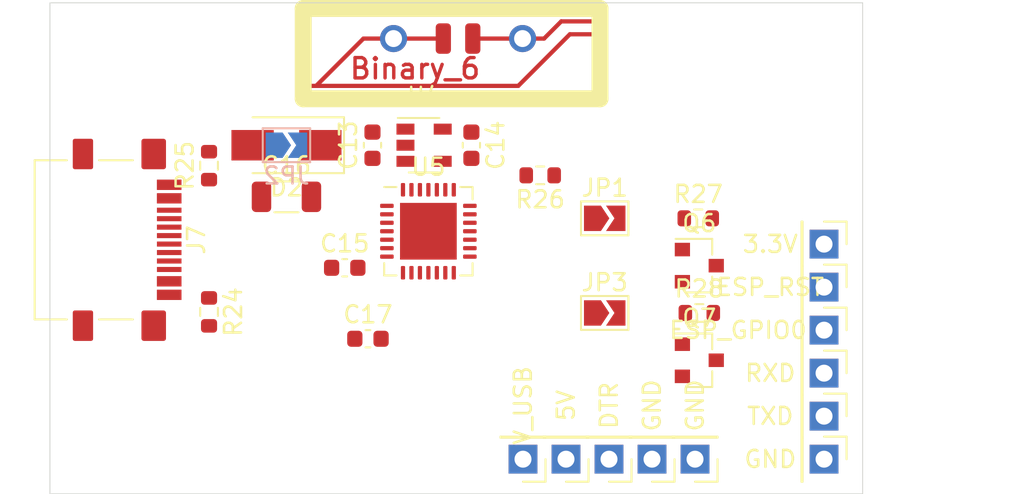
<source format=kicad_pcb>
(kicad_pcb (version 20171130) (host pcbnew "(5.1.9)-1")

  (general
    (thickness 1.6)
    (drawings 5)
    (tracks 0)
    (zones 0)
    (modules 33)
    (nets 42)
  )

  (page A4)
  (layers
    (0 F.Cu signal)
    (31 B.Cu signal)
    (32 B.Adhes user)
    (33 F.Adhes user)
    (34 B.Paste user)
    (35 F.Paste user)
    (36 B.SilkS user)
    (37 F.SilkS user hide)
    (38 B.Mask user)
    (39 F.Mask user)
    (40 Dwgs.User user)
    (41 Cmts.User user)
    (42 Eco1.User user)
    (43 Eco2.User user)
    (44 Edge.Cuts user)
    (45 Margin user)
    (46 B.CrtYd user)
    (47 F.CrtYd user)
    (48 B.Fab user)
    (49 F.Fab user)
  )

  (setup
    (last_trace_width 0.25)
    (trace_clearance 0.2)
    (zone_clearance 0.508)
    (zone_45_only no)
    (trace_min 0.2)
    (via_size 0.8)
    (via_drill 0.4)
    (via_min_size 0.4)
    (via_min_drill 0.3)
    (uvia_size 0.3)
    (uvia_drill 0.1)
    (uvias_allowed no)
    (uvia_min_size 0.2)
    (uvia_min_drill 0.1)
    (edge_width 0.05)
    (segment_width 0.2)
    (pcb_text_width 0.3)
    (pcb_text_size 1.5 1.5)
    (mod_edge_width 0.12)
    (mod_text_size 1 1)
    (mod_text_width 0.15)
    (pad_size 1.524 1.524)
    (pad_drill 0.762)
    (pad_to_mask_clearance 0)
    (aux_axis_origin 0 0)
    (grid_origin 150 120)
    (visible_elements FFFFFF7F)
    (pcbplotparams
      (layerselection 0x010fc_ffffffff)
      (usegerberextensions false)
      (usegerberattributes true)
      (usegerberadvancedattributes true)
      (creategerberjobfile true)
      (excludeedgelayer true)
      (linewidth 0.100000)
      (plotframeref false)
      (viasonmask false)
      (mode 1)
      (useauxorigin false)
      (hpglpennumber 1)
      (hpglpenspeed 20)
      (hpglpendiameter 15.000000)
      (psnegative false)
      (psa4output false)
      (plotreference true)
      (plotvalue true)
      (plotinvisibletext false)
      (padsonsilk false)
      (subtractmaskfromsilk false)
      (outputformat 1)
      (mirror false)
      (drillshape 1)
      (scaleselection 1)
      (outputdirectory ""))
  )

  (net 0 "")
  (net 1 GND)
  (net 2 +5V)
  (net 3 +3V3)
  (net 4 VBUS)
  (net 5 "Net-(C17-Pad2)")
  (net 6 "Net-(J7-PadB8)")
  (net 7 "Net-(J7-PadA5)")
  (net 8 "Net-(J7-PadA7)")
  (net 9 "Net-(J7-PadA6)")
  (net 10 "Net-(J7-PadA8)")
  (net 11 "Net-(J7-PadB5)")
  (net 12 DTR)
  (net 13 GPIO1)
  (net 14 GPIO3)
  (net 15 RST)
  (net 16 GPIO0)
  (net 17 "Net-(JP1-Pad1)")
  (net 18 "Net-(JP1-Pad2)")
  (net 19 "Net-(Q6-Pad1)")
  (net 20 "Net-(Q7-Pad1)")
  (net 21 "Net-(R26-Pad2)")
  (net 22 "Net-(U4-Pad4)")
  (net 23 "Net-(U5-Pad1)")
  (net 24 "Net-(U5-Pad2)")
  (net 25 "Net-(U5-Pad9)")
  (net 26 "Net-(U5-Pad10)")
  (net 27 "Net-(U5-Pad11)")
  (net 28 "Net-(U5-Pad12)")
  (net 29 "Net-(U5-Pad13)")
  (net 30 "Net-(U5-Pad14)")
  (net 31 "Net-(U5-Pad15)")
  (net 32 "Net-(U5-Pad16)")
  (net 33 "Net-(U5-Pad17)")
  (net 34 "Net-(U5-Pad18)")
  (net 35 "Net-(U5-Pad19)")
  (net 36 "Net-(U5-Pad20)")
  (net 37 "Net-(U5-Pad21)")
  (net 38 "Net-(U5-Pad22)")
  (net 39 "Net-(U5-Pad23)")
  (net 40 "Net-(U5-Pad27)")
  (net 41 "Net-(JP3-Pad2)")

  (net_class Default "This is the default net class."
    (clearance 0.2)
    (trace_width 0.25)
    (via_dia 0.8)
    (via_drill 0.4)
    (uvia_dia 0.3)
    (uvia_drill 0.1)
    (add_net +3V3)
    (add_net +5V)
    (add_net DTR)
    (add_net GND)
    (add_net GPIO0)
    (add_net GPIO1)
    (add_net GPIO3)
    (add_net "Net-(C17-Pad2)")
    (add_net "Net-(J7-PadA5)")
    (add_net "Net-(J7-PadA6)")
    (add_net "Net-(J7-PadA7)")
    (add_net "Net-(J7-PadA8)")
    (add_net "Net-(J7-PadB5)")
    (add_net "Net-(J7-PadB8)")
    (add_net "Net-(JP1-Pad1)")
    (add_net "Net-(JP1-Pad2)")
    (add_net "Net-(JP3-Pad2)")
    (add_net "Net-(Q6-Pad1)")
    (add_net "Net-(Q7-Pad1)")
    (add_net "Net-(R26-Pad2)")
    (add_net "Net-(U4-Pad4)")
    (add_net "Net-(U5-Pad1)")
    (add_net "Net-(U5-Pad10)")
    (add_net "Net-(U5-Pad11)")
    (add_net "Net-(U5-Pad12)")
    (add_net "Net-(U5-Pad13)")
    (add_net "Net-(U5-Pad14)")
    (add_net "Net-(U5-Pad15)")
    (add_net "Net-(U5-Pad16)")
    (add_net "Net-(U5-Pad17)")
    (add_net "Net-(U5-Pad18)")
    (add_net "Net-(U5-Pad19)")
    (add_net "Net-(U5-Pad2)")
    (add_net "Net-(U5-Pad20)")
    (add_net "Net-(U5-Pad21)")
    (add_net "Net-(U5-Pad22)")
    (add_net "Net-(U5-Pad23)")
    (add_net "Net-(U5-Pad27)")
    (add_net "Net-(U5-Pad9)")
    (add_net RST)
    (add_net VBUS)
  )

  (module Capacitor_SMD:C_0603_1608Metric (layer F.Cu) (tedit 5F68FEEE) (tstamp 6018DB65)
    (at 169.05 114.412 90)
    (descr "Capacitor SMD 0603 (1608 Metric), square (rectangular) end terminal, IPC_7351 nominal, (Body size source: IPC-SM-782 page 76, https://www.pcb-3d.com/wordpress/wp-content/uploads/ipc-sm-782a_amendment_1_and_2.pdf), generated with kicad-footprint-generator")
    (tags capacitor)
    (path /601B0B41)
    (attr smd)
    (fp_text reference C13 (at 0 -1.43 90) (layer F.SilkS)
      (effects (font (size 1 1) (thickness 0.15)))
    )
    (fp_text value 1uF (at 0 1.43 90) (layer F.Fab)
      (effects (font (size 1 1) (thickness 0.15)))
    )
    (fp_text user %R (at 0 0 90) (layer F.Fab)
      (effects (font (size 0.4 0.4) (thickness 0.06)))
    )
    (fp_line (start -0.8 0.4) (end -0.8 -0.4) (layer F.Fab) (width 0.1))
    (fp_line (start -0.8 -0.4) (end 0.8 -0.4) (layer F.Fab) (width 0.1))
    (fp_line (start 0.8 -0.4) (end 0.8 0.4) (layer F.Fab) (width 0.1))
    (fp_line (start 0.8 0.4) (end -0.8 0.4) (layer F.Fab) (width 0.1))
    (fp_line (start -0.14058 -0.51) (end 0.14058 -0.51) (layer F.SilkS) (width 0.12))
    (fp_line (start -0.14058 0.51) (end 0.14058 0.51) (layer F.SilkS) (width 0.12))
    (fp_line (start -1.48 0.73) (end -1.48 -0.73) (layer F.CrtYd) (width 0.05))
    (fp_line (start -1.48 -0.73) (end 1.48 -0.73) (layer F.CrtYd) (width 0.05))
    (fp_line (start 1.48 -0.73) (end 1.48 0.73) (layer F.CrtYd) (width 0.05))
    (fp_line (start 1.48 0.73) (end -1.48 0.73) (layer F.CrtYd) (width 0.05))
    (pad 2 smd roundrect (at 0.775 0 90) (size 0.9 0.95) (layers F.Cu F.Paste F.Mask) (roundrect_rratio 0.25)
      (net 1 GND))
    (pad 1 smd roundrect (at -0.775 0 90) (size 0.9 0.95) (layers F.Cu F.Paste F.Mask) (roundrect_rratio 0.25)
      (net 2 +5V))
    (model ${KISYS3DMOD}/Capacitor_SMD.3dshapes/C_0603_1608Metric.wrl
      (at (xyz 0 0 0))
      (scale (xyz 1 1 1))
      (rotate (xyz 0 0 0))
    )
  )

  (module Capacitor_SMD:C_0603_1608Metric (layer F.Cu) (tedit 5F68FEEE) (tstamp 6018DB35)
    (at 174.892 114.412 270)
    (descr "Capacitor SMD 0603 (1608 Metric), square (rectangular) end terminal, IPC_7351 nominal, (Body size source: IPC-SM-782 page 76, https://www.pcb-3d.com/wordpress/wp-content/uploads/ipc-sm-782a_amendment_1_and_2.pdf), generated with kicad-footprint-generator")
    (tags capacitor)
    (path /601BCD5D)
    (attr smd)
    (fp_text reference C14 (at 0 -1.43 90) (layer F.SilkS)
      (effects (font (size 1 1) (thickness 0.15)))
    )
    (fp_text value 1uF (at 0 1.43 90) (layer F.Fab)
      (effects (font (size 1 1) (thickness 0.15)))
    )
    (fp_line (start 1.48 0.73) (end -1.48 0.73) (layer F.CrtYd) (width 0.05))
    (fp_line (start 1.48 -0.73) (end 1.48 0.73) (layer F.CrtYd) (width 0.05))
    (fp_line (start -1.48 -0.73) (end 1.48 -0.73) (layer F.CrtYd) (width 0.05))
    (fp_line (start -1.48 0.73) (end -1.48 -0.73) (layer F.CrtYd) (width 0.05))
    (fp_line (start -0.14058 0.51) (end 0.14058 0.51) (layer F.SilkS) (width 0.12))
    (fp_line (start -0.14058 -0.51) (end 0.14058 -0.51) (layer F.SilkS) (width 0.12))
    (fp_line (start 0.8 0.4) (end -0.8 0.4) (layer F.Fab) (width 0.1))
    (fp_line (start 0.8 -0.4) (end 0.8 0.4) (layer F.Fab) (width 0.1))
    (fp_line (start -0.8 -0.4) (end 0.8 -0.4) (layer F.Fab) (width 0.1))
    (fp_line (start -0.8 0.4) (end -0.8 -0.4) (layer F.Fab) (width 0.1))
    (fp_text user %R (at 0 0 90) (layer F.Fab)
      (effects (font (size 0.4 0.4) (thickness 0.06)))
    )
    (pad 1 smd roundrect (at -0.775 0 270) (size 0.9 0.95) (layers F.Cu F.Paste F.Mask) (roundrect_rratio 0.25)
      (net 3 +3V3))
    (pad 2 smd roundrect (at 0.775 0 270) (size 0.9 0.95) (layers F.Cu F.Paste F.Mask) (roundrect_rratio 0.25)
      (net 1 GND))
    (model ${KISYS3DMOD}/Capacitor_SMD.3dshapes/C_0603_1608Metric.wrl
      (at (xyz 0 0 0))
      (scale (xyz 1 1 1))
      (rotate (xyz 0 0 0))
    )
  )

  (module Capacitor_SMD:C_0603_1608Metric (layer F.Cu) (tedit 5F68FEEE) (tstamp 6018B2DF)
    (at 167.412 121.651)
    (descr "Capacitor SMD 0603 (1608 Metric), square (rectangular) end terminal, IPC_7351 nominal, (Body size source: IPC-SM-782 page 76, https://www.pcb-3d.com/wordpress/wp-content/uploads/ipc-sm-782a_amendment_1_and_2.pdf), generated with kicad-footprint-generator")
    (tags capacitor)
    (path /602EDDC8)
    (attr smd)
    (fp_text reference C15 (at 0 -1.43) (layer F.SilkS)
      (effects (font (size 1 1) (thickness 0.15)))
    )
    (fp_text value 100nF (at 0 1.43) (layer F.Fab)
      (effects (font (size 1 1) (thickness 0.15)))
    )
    (fp_line (start 1.48 0.73) (end -1.48 0.73) (layer F.CrtYd) (width 0.05))
    (fp_line (start 1.48 -0.73) (end 1.48 0.73) (layer F.CrtYd) (width 0.05))
    (fp_line (start -1.48 -0.73) (end 1.48 -0.73) (layer F.CrtYd) (width 0.05))
    (fp_line (start -1.48 0.73) (end -1.48 -0.73) (layer F.CrtYd) (width 0.05))
    (fp_line (start -0.14058 0.51) (end 0.14058 0.51) (layer F.SilkS) (width 0.12))
    (fp_line (start -0.14058 -0.51) (end 0.14058 -0.51) (layer F.SilkS) (width 0.12))
    (fp_line (start 0.8 0.4) (end -0.8 0.4) (layer F.Fab) (width 0.1))
    (fp_line (start 0.8 -0.4) (end 0.8 0.4) (layer F.Fab) (width 0.1))
    (fp_line (start -0.8 -0.4) (end 0.8 -0.4) (layer F.Fab) (width 0.1))
    (fp_line (start -0.8 0.4) (end -0.8 -0.4) (layer F.Fab) (width 0.1))
    (fp_text user %R (at 0 0) (layer F.Fab)
      (effects (font (size 0.4 0.4) (thickness 0.06)))
    )
    (pad 1 smd roundrect (at -0.775 0) (size 0.9 0.95) (layers F.Cu F.Paste F.Mask) (roundrect_rratio 0.25)
      (net 1 GND))
    (pad 2 smd roundrect (at 0.775 0) (size 0.9 0.95) (layers F.Cu F.Paste F.Mask) (roundrect_rratio 0.25)
      (net 4 VBUS))
    (model ${KISYS3DMOD}/Capacitor_SMD.3dshapes/C_0603_1608Metric.wrl
      (at (xyz 0 0 0))
      (scale (xyz 1 1 1))
      (rotate (xyz 0 0 0))
    )
  )

  (module Capacitor_SMD:C_1206_3216Metric (layer F.Cu) (tedit 5F68FEEE) (tstamp 6018B2F0)
    (at 163.97 117.46)
    (descr "Capacitor SMD 1206 (3216 Metric), square (rectangular) end terminal, IPC_7351 nominal, (Body size source: IPC-SM-782 page 76, https://www.pcb-3d.com/wordpress/wp-content/uploads/ipc-sm-782a_amendment_1_and_2.pdf), generated with kicad-footprint-generator")
    (tags capacitor)
    (path /609A562E)
    (attr smd)
    (fp_text reference C16 (at 0 -1.85) (layer F.SilkS)
      (effects (font (size 1 1) (thickness 0.15)))
    )
    (fp_text value 10uF (at 0 1.85) (layer F.Fab)
      (effects (font (size 1 1) (thickness 0.15)))
    )
    (fp_line (start 2.3 1.15) (end -2.3 1.15) (layer F.CrtYd) (width 0.05))
    (fp_line (start 2.3 -1.15) (end 2.3 1.15) (layer F.CrtYd) (width 0.05))
    (fp_line (start -2.3 -1.15) (end 2.3 -1.15) (layer F.CrtYd) (width 0.05))
    (fp_line (start -2.3 1.15) (end -2.3 -1.15) (layer F.CrtYd) (width 0.05))
    (fp_line (start -0.711252 0.91) (end 0.711252 0.91) (layer F.SilkS) (width 0.12))
    (fp_line (start -0.711252 -0.91) (end 0.711252 -0.91) (layer F.SilkS) (width 0.12))
    (fp_line (start 1.6 0.8) (end -1.6 0.8) (layer F.Fab) (width 0.1))
    (fp_line (start 1.6 -0.8) (end 1.6 0.8) (layer F.Fab) (width 0.1))
    (fp_line (start -1.6 -0.8) (end 1.6 -0.8) (layer F.Fab) (width 0.1))
    (fp_line (start -1.6 0.8) (end -1.6 -0.8) (layer F.Fab) (width 0.1))
    (fp_text user %R (at 0 0) (layer F.Fab)
      (effects (font (size 0.8 0.8) (thickness 0.12)))
    )
    (pad 1 smd roundrect (at -1.475 0) (size 1.15 1.8) (layers F.Cu F.Paste F.Mask) (roundrect_rratio 0.217391)
      (net 4 VBUS))
    (pad 2 smd roundrect (at 1.475 0) (size 1.15 1.8) (layers F.Cu F.Paste F.Mask) (roundrect_rratio 0.217391)
      (net 1 GND))
    (model ${KISYS3DMOD}/Capacitor_SMD.3dshapes/C_1206_3216Metric.wrl
      (at (xyz 0 0 0))
      (scale (xyz 1 1 1))
      (rotate (xyz 0 0 0))
    )
  )

  (module Capacitor_SMD:C_0603_1608Metric (layer F.Cu) (tedit 5F68FEEE) (tstamp 6018B301)
    (at 168.783 125.842)
    (descr "Capacitor SMD 0603 (1608 Metric), square (rectangular) end terminal, IPC_7351 nominal, (Body size source: IPC-SM-782 page 76, https://www.pcb-3d.com/wordpress/wp-content/uploads/ipc-sm-782a_amendment_1_and_2.pdf), generated with kicad-footprint-generator")
    (tags capacitor)
    (path /602E9F87)
    (attr smd)
    (fp_text reference C17 (at 0 -1.43) (layer F.SilkS)
      (effects (font (size 1 1) (thickness 0.15)))
    )
    (fp_text value 100nF (at 0 1.43) (layer F.Fab)
      (effects (font (size 1 1) (thickness 0.15)))
    )
    (fp_text user %R (at 0 0) (layer F.Fab)
      (effects (font (size 0.4 0.4) (thickness 0.06)))
    )
    (fp_line (start -0.8 0.4) (end -0.8 -0.4) (layer F.Fab) (width 0.1))
    (fp_line (start -0.8 -0.4) (end 0.8 -0.4) (layer F.Fab) (width 0.1))
    (fp_line (start 0.8 -0.4) (end 0.8 0.4) (layer F.Fab) (width 0.1))
    (fp_line (start 0.8 0.4) (end -0.8 0.4) (layer F.Fab) (width 0.1))
    (fp_line (start -0.14058 -0.51) (end 0.14058 -0.51) (layer F.SilkS) (width 0.12))
    (fp_line (start -0.14058 0.51) (end 0.14058 0.51) (layer F.SilkS) (width 0.12))
    (fp_line (start -1.48 0.73) (end -1.48 -0.73) (layer F.CrtYd) (width 0.05))
    (fp_line (start -1.48 -0.73) (end 1.48 -0.73) (layer F.CrtYd) (width 0.05))
    (fp_line (start 1.48 -0.73) (end 1.48 0.73) (layer F.CrtYd) (width 0.05))
    (fp_line (start 1.48 0.73) (end -1.48 0.73) (layer F.CrtYd) (width 0.05))
    (pad 2 smd roundrect (at 0.775 0) (size 0.9 0.95) (layers F.Cu F.Paste F.Mask) (roundrect_rratio 0.25)
      (net 5 "Net-(C17-Pad2)"))
    (pad 1 smd roundrect (at -0.775 0) (size 0.9 0.95) (layers F.Cu F.Paste F.Mask) (roundrect_rratio 0.25)
      (net 1 GND))
    (model ${KISYS3DMOD}/Capacitor_SMD.3dshapes/C_0603_1608Metric.wrl
      (at (xyz 0 0 0))
      (scale (xyz 1 1 1))
      (rotate (xyz 0 0 0))
    )
  )

  (module Diode_SMD:D_SMA (layer F.Cu) (tedit 586432E5) (tstamp 6018B319)
    (at 163.97 114.412 180)
    (descr "Diode SMA (DO-214AC)")
    (tags "Diode SMA (DO-214AC)")
    (path /6057A53A)
    (attr smd)
    (fp_text reference D2 (at 0 -2.5) (layer F.SilkS)
      (effects (font (size 1 1) (thickness 0.15)))
    )
    (fp_text value SS14 (at 0 2.6) (layer F.Fab)
      (effects (font (size 1 1) (thickness 0.15)))
    )
    (fp_line (start -3.4 -1.65) (end 2 -1.65) (layer F.SilkS) (width 0.12))
    (fp_line (start -3.4 1.65) (end 2 1.65) (layer F.SilkS) (width 0.12))
    (fp_line (start -0.64944 0.00102) (end 0.50118 -0.79908) (layer F.Fab) (width 0.1))
    (fp_line (start -0.64944 0.00102) (end 0.50118 0.75032) (layer F.Fab) (width 0.1))
    (fp_line (start 0.50118 0.75032) (end 0.50118 -0.79908) (layer F.Fab) (width 0.1))
    (fp_line (start -0.64944 -0.79908) (end -0.64944 0.80112) (layer F.Fab) (width 0.1))
    (fp_line (start 0.50118 0.00102) (end 1.4994 0.00102) (layer F.Fab) (width 0.1))
    (fp_line (start -0.64944 0.00102) (end -1.55114 0.00102) (layer F.Fab) (width 0.1))
    (fp_line (start -3.5 1.75) (end -3.5 -1.75) (layer F.CrtYd) (width 0.05))
    (fp_line (start 3.5 1.75) (end -3.5 1.75) (layer F.CrtYd) (width 0.05))
    (fp_line (start 3.5 -1.75) (end 3.5 1.75) (layer F.CrtYd) (width 0.05))
    (fp_line (start -3.5 -1.75) (end 3.5 -1.75) (layer F.CrtYd) (width 0.05))
    (fp_line (start 2.3 -1.5) (end -2.3 -1.5) (layer F.Fab) (width 0.1))
    (fp_line (start 2.3 -1.5) (end 2.3 1.5) (layer F.Fab) (width 0.1))
    (fp_line (start -2.3 1.5) (end -2.3 -1.5) (layer F.Fab) (width 0.1))
    (fp_line (start 2.3 1.5) (end -2.3 1.5) (layer F.Fab) (width 0.1))
    (fp_line (start -3.4 -1.65) (end -3.4 1.65) (layer F.SilkS) (width 0.12))
    (fp_text user %R (at 0 -2.5) (layer F.Fab)
      (effects (font (size 1 1) (thickness 0.15)))
    )
    (pad 1 smd rect (at -2 0 180) (size 2.5 1.8) (layers F.Cu F.Paste F.Mask)
      (net 2 +5V))
    (pad 2 smd rect (at 2 0 180) (size 2.5 1.8) (layers F.Cu F.Paste F.Mask)
      (net 4 VBUS))
    (model ${KISYS3DMOD}/Diode_SMD.3dshapes/D_SMA.wrl
      (at (xyz 0 0 0))
      (scale (xyz 1 1 1))
      (rotate (xyz 0 0 0))
    )
  )

  (module MeineBib:EigenesMountingHole_2.7mm_M2.5 (layer F.Cu) (tedit 6005BD92) (tstamp 6018B321)
    (at 157.874 130.033)
    (descr "Mounting Hole 2.7mm, no annular, M2.5")
    (tags "mounting hole 2.7mm no annular m2.5")
    (path /60223627)
    (attr virtual)
    (fp_text reference HO1 (at 0 -3.7) (layer F.SilkS) hide
      (effects (font (size 1 1) (thickness 0.15)))
    )
    (fp_text value MountingHole (at 0 3.7) (layer F.Fab)
      (effects (font (size 1 1) (thickness 0.15)))
    )
    (fp_circle (center 0 0) (end 2.7 0) (layer Cmts.User) (width 0.15))
    (fp_circle (center 0 0) (end 2.95 0) (layer F.CrtYd) (width 0.05))
    (fp_text user %R (at 0.3 0) (layer F.Fab)
      (effects (font (size 1 1) (thickness 0.15)))
    )
    (pad "" np_thru_hole circle (at 0 0) (size 2.7 2.7) (drill 2.7) (layers *.Cu *.Mask)
      (solder_mask_margin 1.5) (clearance 1.5))
  )

  (module MeineBib:EigenesMountingHole_2.7mm_M2.5 (layer F.Cu) (tedit 6005BD92) (tstamp 6018B329)
    (at 193.942 110.221)
    (descr "Mounting Hole 2.7mm, no annular, M2.5")
    (tags "mounting hole 2.7mm no annular m2.5")
    (path /60226505)
    (attr virtual)
    (fp_text reference HO2 (at 0 -3.7) (layer F.SilkS) hide
      (effects (font (size 1 1) (thickness 0.15)))
    )
    (fp_text value MountingHole (at 0 3.7) (layer F.Fab)
      (effects (font (size 1 1) (thickness 0.15)))
    )
    (fp_text user %R (at 0.3 0) (layer F.Fab)
      (effects (font (size 1 1) (thickness 0.15)))
    )
    (fp_circle (center 0 0) (end 2.95 0) (layer F.CrtYd) (width 0.05))
    (fp_circle (center 0 0) (end 2.7 0) (layer Cmts.User) (width 0.15))
    (pad "" np_thru_hole circle (at 0 0) (size 2.7 2.7) (drill 2.7) (layers *.Cu *.Mask)
      (solder_mask_margin 1.5) (clearance 1.5))
  )

  (module EigeneModule:PinheaderOwn (layer F.Cu) (tedit 5A567CEE) (tstamp 6018B33D)
    (at 180.48 132.954 180)
    (descr "Through hole straight pin header, 1x01, 2.54mm pitch, single row")
    (tags "Through hole pin header THT 1x01 2.54mm single row")
    (path /602272F6)
    (fp_text reference J1 (at 0 1.27) (layer F.SilkS) hide
      (effects (font (size 1 1) (thickness 0.15)))
    )
    (fp_text value 5V (at 0 3.175 90) (layer F.SilkS)
      (effects (font (size 1 1) (thickness 0.15)))
    )
    (fp_line (start 1.8 -1.8) (end -1.8 -1.8) (layer F.CrtYd) (width 0.05))
    (fp_line (start 1.8 1.8) (end 1.8 -1.8) (layer F.CrtYd) (width 0.05))
    (fp_line (start -1.8 1.8) (end 1.8 1.8) (layer F.CrtYd) (width 0.05))
    (fp_line (start -1.8 -1.8) (end -1.8 1.8) (layer F.CrtYd) (width 0.05))
    (fp_line (start -1.33 -1.33) (end 0 -1.33) (layer F.SilkS) (width 0.12))
    (fp_line (start -1.33 0) (end -1.33 -1.33) (layer F.SilkS) (width 0.12))
    (fp_line (start -1.33 1.27) (end 1.33 1.27) (layer F.SilkS) (width 0.12))
    (fp_line (start 1.33 1.27) (end 1.33 1.33) (layer F.SilkS) (width 0.12))
    (fp_line (start -1.33 1.27) (end -1.33 1.33) (layer F.SilkS) (width 0.12))
    (fp_line (start -1.33 1.33) (end 1.33 1.33) (layer F.SilkS) (width 0.12))
    (fp_line (start -1.27 -0.635) (end -0.635 -1.27) (layer F.Fab) (width 0.1))
    (fp_line (start -1.27 1.27) (end -1.27 -0.635) (layer F.Fab) (width 0.1))
    (fp_line (start 1.27 1.27) (end -1.27 1.27) (layer F.Fab) (width 0.1))
    (fp_line (start 1.27 -1.27) (end 1.27 1.27) (layer F.Fab) (width 0.1))
    (fp_line (start -0.635 -1.27) (end 1.27 -1.27) (layer F.Fab) (width 0.1))
    (pad 1 thru_hole rect (at 0 0 180) (size 1.7 1.7) (drill 1) (layers *.Cu *.Mask)
      (net 2 +5V))
    (model ${KISYS3DMOD}/Pin_Headers.3dshapes/Pin_Header_Straight_1x01_Pitch2.54mm.wrl
      (at (xyz 0 0 0))
      (scale (xyz 1 1 1))
      (rotate (xyz 0 0 0))
    )
  )

  (module EigeneModule:PinheaderOwn (layer F.Cu) (tedit 5A567CEE) (tstamp 6018B351)
    (at 177.94 132.954 180)
    (descr "Through hole straight pin header, 1x01, 2.54mm pitch, single row")
    (tags "Through hole pin header THT 1x01 2.54mm single row")
    (path /60228B82)
    (fp_text reference J2 (at 0 1.27) (layer F.SilkS) hide
      (effects (font (size 1 1) (thickness 0.15)))
    )
    (fp_text value V_USB (at 0 3.175 90) (layer F.SilkS)
      (effects (font (size 1 1) (thickness 0.15)))
    )
    (fp_line (start -0.635 -1.27) (end 1.27 -1.27) (layer F.Fab) (width 0.1))
    (fp_line (start 1.27 -1.27) (end 1.27 1.27) (layer F.Fab) (width 0.1))
    (fp_line (start 1.27 1.27) (end -1.27 1.27) (layer F.Fab) (width 0.1))
    (fp_line (start -1.27 1.27) (end -1.27 -0.635) (layer F.Fab) (width 0.1))
    (fp_line (start -1.27 -0.635) (end -0.635 -1.27) (layer F.Fab) (width 0.1))
    (fp_line (start -1.33 1.33) (end 1.33 1.33) (layer F.SilkS) (width 0.12))
    (fp_line (start -1.33 1.27) (end -1.33 1.33) (layer F.SilkS) (width 0.12))
    (fp_line (start 1.33 1.27) (end 1.33 1.33) (layer F.SilkS) (width 0.12))
    (fp_line (start -1.33 1.27) (end 1.33 1.27) (layer F.SilkS) (width 0.12))
    (fp_line (start -1.33 0) (end -1.33 -1.33) (layer F.SilkS) (width 0.12))
    (fp_line (start -1.33 -1.33) (end 0 -1.33) (layer F.SilkS) (width 0.12))
    (fp_line (start -1.8 -1.8) (end -1.8 1.8) (layer F.CrtYd) (width 0.05))
    (fp_line (start -1.8 1.8) (end 1.8 1.8) (layer F.CrtYd) (width 0.05))
    (fp_line (start 1.8 1.8) (end 1.8 -1.8) (layer F.CrtYd) (width 0.05))
    (fp_line (start 1.8 -1.8) (end -1.8 -1.8) (layer F.CrtYd) (width 0.05))
    (pad 1 thru_hole rect (at 0 0 180) (size 1.7 1.7) (drill 1) (layers *.Cu *.Mask)
      (net 4 VBUS))
    (model ${KISYS3DMOD}/Pin_Headers.3dshapes/Pin_Header_Straight_1x01_Pitch2.54mm.wrl
      (at (xyz 0 0 0))
      (scale (xyz 1 1 1))
      (rotate (xyz 0 0 0))
    )
  )

  (module EigeneModule:PinheaderOwn (layer F.Cu) (tedit 5A567CEE) (tstamp 6018B365)
    (at 195.72 120.254 270)
    (descr "Through hole straight pin header, 1x01, 2.54mm pitch, single row")
    (tags "Through hole pin header THT 1x01 2.54mm single row")
    (path /60228EB9)
    (fp_text reference J3 (at 0 1.27 90) (layer F.SilkS) hide
      (effects (font (size 1 1) (thickness 0.15)))
    )
    (fp_text value 3.3V (at 0 3.175) (layer F.SilkS)
      (effects (font (size 1 1) (thickness 0.15)))
    )
    (fp_line (start 1.8 -1.8) (end -1.8 -1.8) (layer F.CrtYd) (width 0.05))
    (fp_line (start 1.8 1.8) (end 1.8 -1.8) (layer F.CrtYd) (width 0.05))
    (fp_line (start -1.8 1.8) (end 1.8 1.8) (layer F.CrtYd) (width 0.05))
    (fp_line (start -1.8 -1.8) (end -1.8 1.8) (layer F.CrtYd) (width 0.05))
    (fp_line (start -1.33 -1.33) (end 0 -1.33) (layer F.SilkS) (width 0.12))
    (fp_line (start -1.33 0) (end -1.33 -1.33) (layer F.SilkS) (width 0.12))
    (fp_line (start -1.33 1.27) (end 1.33 1.27) (layer F.SilkS) (width 0.12))
    (fp_line (start 1.33 1.27) (end 1.33 1.33) (layer F.SilkS) (width 0.12))
    (fp_line (start -1.33 1.27) (end -1.33 1.33) (layer F.SilkS) (width 0.12))
    (fp_line (start -1.33 1.33) (end 1.33 1.33) (layer F.SilkS) (width 0.12))
    (fp_line (start -1.27 -0.635) (end -0.635 -1.27) (layer F.Fab) (width 0.1))
    (fp_line (start -1.27 1.27) (end -1.27 -0.635) (layer F.Fab) (width 0.1))
    (fp_line (start 1.27 1.27) (end -1.27 1.27) (layer F.Fab) (width 0.1))
    (fp_line (start 1.27 -1.27) (end 1.27 1.27) (layer F.Fab) (width 0.1))
    (fp_line (start -0.635 -1.27) (end 1.27 -1.27) (layer F.Fab) (width 0.1))
    (pad 1 thru_hole rect (at 0 0 270) (size 1.7 1.7) (drill 1) (layers *.Cu *.Mask)
      (net 3 +3V3))
    (model ${KISYS3DMOD}/Pin_Headers.3dshapes/Pin_Header_Straight_1x01_Pitch2.54mm.wrl
      (at (xyz 0 0 0))
      (scale (xyz 1 1 1))
      (rotate (xyz 0 0 0))
    )
  )

  (module EigeneModule:PinheaderOwn (layer F.Cu) (tedit 5A567CEE) (tstamp 6018B379)
    (at 185.56 132.954 180)
    (descr "Through hole straight pin header, 1x01, 2.54mm pitch, single row")
    (tags "Through hole pin header THT 1x01 2.54mm single row")
    (path /602290C1)
    (fp_text reference J4 (at 0 1.27) (layer F.SilkS) hide
      (effects (font (size 1 1) (thickness 0.15)))
    )
    (fp_text value GND (at 0 3.175 90) (layer F.SilkS)
      (effects (font (size 1 1) (thickness 0.15)))
    )
    (fp_line (start 1.8 -1.8) (end -1.8 -1.8) (layer F.CrtYd) (width 0.05))
    (fp_line (start 1.8 1.8) (end 1.8 -1.8) (layer F.CrtYd) (width 0.05))
    (fp_line (start -1.8 1.8) (end 1.8 1.8) (layer F.CrtYd) (width 0.05))
    (fp_line (start -1.8 -1.8) (end -1.8 1.8) (layer F.CrtYd) (width 0.05))
    (fp_line (start -1.33 -1.33) (end 0 -1.33) (layer F.SilkS) (width 0.12))
    (fp_line (start -1.33 0) (end -1.33 -1.33) (layer F.SilkS) (width 0.12))
    (fp_line (start -1.33 1.27) (end 1.33 1.27) (layer F.SilkS) (width 0.12))
    (fp_line (start 1.33 1.27) (end 1.33 1.33) (layer F.SilkS) (width 0.12))
    (fp_line (start -1.33 1.27) (end -1.33 1.33) (layer F.SilkS) (width 0.12))
    (fp_line (start -1.33 1.33) (end 1.33 1.33) (layer F.SilkS) (width 0.12))
    (fp_line (start -1.27 -0.635) (end -0.635 -1.27) (layer F.Fab) (width 0.1))
    (fp_line (start -1.27 1.27) (end -1.27 -0.635) (layer F.Fab) (width 0.1))
    (fp_line (start 1.27 1.27) (end -1.27 1.27) (layer F.Fab) (width 0.1))
    (fp_line (start 1.27 -1.27) (end 1.27 1.27) (layer F.Fab) (width 0.1))
    (fp_line (start -0.635 -1.27) (end 1.27 -1.27) (layer F.Fab) (width 0.1))
    (pad 1 thru_hole rect (at 0 0 180) (size 1.7 1.7) (drill 1) (layers *.Cu *.Mask)
      (net 1 GND))
    (model ${KISYS3DMOD}/Pin_Headers.3dshapes/Pin_Header_Straight_1x01_Pitch2.54mm.wrl
      (at (xyz 0 0 0))
      (scale (xyz 1 1 1))
      (rotate (xyz 0 0 0))
    )
  )

  (module EigeneModule:PinheaderOwn (layer F.Cu) (tedit 5A567CEE) (tstamp 6018B38D)
    (at 188.1 132.954 180)
    (descr "Through hole straight pin header, 1x01, 2.54mm pitch, single row")
    (tags "Through hole pin header THT 1x01 2.54mm single row")
    (path /602294B4)
    (fp_text reference J5 (at 0 1.27) (layer F.SilkS) hide
      (effects (font (size 1 1) (thickness 0.15)))
    )
    (fp_text value GND (at 0 3.175 90) (layer F.SilkS)
      (effects (font (size 1 1) (thickness 0.15)))
    )
    (fp_line (start 1.8 -1.8) (end -1.8 -1.8) (layer F.CrtYd) (width 0.05))
    (fp_line (start 1.8 1.8) (end 1.8 -1.8) (layer F.CrtYd) (width 0.05))
    (fp_line (start -1.8 1.8) (end 1.8 1.8) (layer F.CrtYd) (width 0.05))
    (fp_line (start -1.8 -1.8) (end -1.8 1.8) (layer F.CrtYd) (width 0.05))
    (fp_line (start -1.33 -1.33) (end 0 -1.33) (layer F.SilkS) (width 0.12))
    (fp_line (start -1.33 0) (end -1.33 -1.33) (layer F.SilkS) (width 0.12))
    (fp_line (start -1.33 1.27) (end 1.33 1.27) (layer F.SilkS) (width 0.12))
    (fp_line (start 1.33 1.27) (end 1.33 1.33) (layer F.SilkS) (width 0.12))
    (fp_line (start -1.33 1.27) (end -1.33 1.33) (layer F.SilkS) (width 0.12))
    (fp_line (start -1.33 1.33) (end 1.33 1.33) (layer F.SilkS) (width 0.12))
    (fp_line (start -1.27 -0.635) (end -0.635 -1.27) (layer F.Fab) (width 0.1))
    (fp_line (start -1.27 1.27) (end -1.27 -0.635) (layer F.Fab) (width 0.1))
    (fp_line (start 1.27 1.27) (end -1.27 1.27) (layer F.Fab) (width 0.1))
    (fp_line (start 1.27 -1.27) (end 1.27 1.27) (layer F.Fab) (width 0.1))
    (fp_line (start -0.635 -1.27) (end 1.27 -1.27) (layer F.Fab) (width 0.1))
    (pad 1 thru_hole rect (at 0 0 180) (size 1.7 1.7) (drill 1) (layers *.Cu *.Mask)
      (net 1 GND))
    (model ${KISYS3DMOD}/Pin_Headers.3dshapes/Pin_Header_Straight_1x01_Pitch2.54mm.wrl
      (at (xyz 0 0 0))
      (scale (xyz 1 1 1))
      (rotate (xyz 0 0 0))
    )
  )

  (module EigeneModule:PinheaderOwn (layer F.Cu) (tedit 5A567CEE) (tstamp 6018B3A1)
    (at 195.72 132.954 270)
    (descr "Through hole straight pin header, 1x01, 2.54mm pitch, single row")
    (tags "Through hole pin header THT 1x01 2.54mm single row")
    (path /602299C0)
    (fp_text reference J6 (at 0 1.27 90) (layer F.SilkS) hide
      (effects (font (size 1 1) (thickness 0.15)))
    )
    (fp_text value GND (at 0 3.175) (layer F.SilkS)
      (effects (font (size 1 1) (thickness 0.15)))
    )
    (fp_line (start -0.635 -1.27) (end 1.27 -1.27) (layer F.Fab) (width 0.1))
    (fp_line (start 1.27 -1.27) (end 1.27 1.27) (layer F.Fab) (width 0.1))
    (fp_line (start 1.27 1.27) (end -1.27 1.27) (layer F.Fab) (width 0.1))
    (fp_line (start -1.27 1.27) (end -1.27 -0.635) (layer F.Fab) (width 0.1))
    (fp_line (start -1.27 -0.635) (end -0.635 -1.27) (layer F.Fab) (width 0.1))
    (fp_line (start -1.33 1.33) (end 1.33 1.33) (layer F.SilkS) (width 0.12))
    (fp_line (start -1.33 1.27) (end -1.33 1.33) (layer F.SilkS) (width 0.12))
    (fp_line (start 1.33 1.27) (end 1.33 1.33) (layer F.SilkS) (width 0.12))
    (fp_line (start -1.33 1.27) (end 1.33 1.27) (layer F.SilkS) (width 0.12))
    (fp_line (start -1.33 0) (end -1.33 -1.33) (layer F.SilkS) (width 0.12))
    (fp_line (start -1.33 -1.33) (end 0 -1.33) (layer F.SilkS) (width 0.12))
    (fp_line (start -1.8 -1.8) (end -1.8 1.8) (layer F.CrtYd) (width 0.05))
    (fp_line (start -1.8 1.8) (end 1.8 1.8) (layer F.CrtYd) (width 0.05))
    (fp_line (start 1.8 1.8) (end 1.8 -1.8) (layer F.CrtYd) (width 0.05))
    (fp_line (start 1.8 -1.8) (end -1.8 -1.8) (layer F.CrtYd) (width 0.05))
    (pad 1 thru_hole rect (at 0 0 270) (size 1.7 1.7) (drill 1) (layers *.Cu *.Mask)
      (net 1 GND))
    (model ${KISYS3DMOD}/Pin_Headers.3dshapes/Pin_Header_Straight_1x01_Pitch2.54mm.wrl
      (at (xyz 0 0 0))
      (scale (xyz 1 1 1))
      (rotate (xyz 0 0 0))
    )
  )

  (module MeineBib:USB_C_Receptacle_XUNPU_TYPEC-304S-ACP16 (layer F.Cu) (tedit 6018472A) (tstamp 6018BC1B)
    (at 153 120 270)
    (descr "USB Type-C receptacle for USB 2.0 and PD, http://www.krhro.com/uploads/soft/180320/1-1P320120243.pdf")
    (tags "usb usb-c 2.0 pd")
    (path /60188C1E)
    (attr smd)
    (fp_text reference J7 (at 0 -5.645 90) (layer F.SilkS)
      (effects (font (size 1 1) (thickness 0.15)))
    )
    (fp_text value "XUNPU TYPEC-304S-ACP16 " (at 0 5.1 90) (layer F.Fab)
      (effects (font (size 1 1) (thickness 0.15)))
    )
    (fp_line (start -4.7 3.9) (end 4.7 3.9) (layer F.SilkS) (width 0.12))
    (fp_line (start -4.47 -3.65) (end 4.47 -3.65) (layer F.Fab) (width 0.1))
    (fp_line (start -4.47 -3.65) (end -4.47 3.65) (layer F.Fab) (width 0.1))
    (fp_line (start -4.47 3.65) (end 4.47 3.65) (layer F.Fab) (width 0.1))
    (fp_line (start 4.47 -3.65) (end 4.47 3.65) (layer F.Fab) (width 0.1))
    (fp_line (start -5.32 -5.27) (end 5.32 -5.27) (layer F.CrtYd) (width 0.05))
    (fp_line (start -5.32 4.15) (end 5.32 4.15) (layer F.CrtYd) (width 0.05))
    (fp_line (start -5.32 -5.27) (end -5.32 4.15) (layer F.CrtYd) (width 0.05))
    (fp_line (start 5.32 -5.27) (end 5.32 4.15) (layer F.CrtYd) (width 0.05))
    (fp_line (start 4.7 -1.9) (end 4.7 0.1) (layer F.SilkS) (width 0.12))
    (fp_line (start 4.7 2) (end 4.7 3.9) (layer F.SilkS) (width 0.12))
    (fp_line (start -4.7 -1.9) (end -4.7 0.1) (layer F.SilkS) (width 0.12))
    (fp_line (start -4.7 2) (end -4.7 3.9) (layer F.SilkS) (width 0.12))
    (fp_text user %R (at 0 0 90) (layer F.Fab)
      (effects (font (size 1 1) (thickness 0.15)))
    )
    (pad B1 smd rect (at 3.25 -4.045 270) (size 0.6 1.45) (layers F.Cu F.Paste F.Mask)
      (net 1 GND))
    (pad A9 smd rect (at 2.45 -4.045 270) (size 0.6 1.45) (layers F.Cu F.Paste F.Mask)
      (net 4 VBUS))
    (pad B9 smd rect (at -2.45 -4.045 270) (size 0.6 1.45) (layers F.Cu F.Paste F.Mask)
      (net 4 VBUS))
    (pad B12 smd rect (at -3.25 -4.045 270) (size 0.6 1.45) (layers F.Cu F.Paste F.Mask)
      (net 1 GND))
    (pad A1 smd rect (at -3.25 -4.045 270) (size 0.6 1.45) (layers F.Cu F.Paste F.Mask)
      (net 1 GND))
    (pad A4 smd rect (at -2.45 -4.045 270) (size 0.6 1.45) (layers F.Cu F.Paste F.Mask)
      (net 4 VBUS))
    (pad B4 smd rect (at 2.45 -4.045 270) (size 0.6 1.45) (layers F.Cu F.Paste F.Mask)
      (net 4 VBUS))
    (pad A12 smd rect (at 3.25 -4.045 270) (size 0.6 1.45) (layers F.Cu F.Paste F.Mask)
      (net 1 GND))
    (pad B8 smd rect (at -1.75 -4.045 270) (size 0.3 1.45) (layers F.Cu F.Paste F.Mask)
      (net 6 "Net-(J7-PadB8)"))
    (pad A5 smd rect (at -1.25 -4.045 270) (size 0.3 1.45) (layers F.Cu F.Paste F.Mask)
      (net 7 "Net-(J7-PadA5)"))
    (pad B7 smd rect (at -0.75 -4.045 270) (size 0.3 1.45) (layers F.Cu F.Paste F.Mask)
      (net 8 "Net-(J7-PadA7)"))
    (pad A7 smd rect (at 0.25 -4.045 270) (size 0.3 1.45) (layers F.Cu F.Paste F.Mask)
      (net 8 "Net-(J7-PadA7)"))
    (pad B6 smd rect (at 0.75 -4.045 270) (size 0.3 1.45) (layers F.Cu F.Paste F.Mask)
      (net 9 "Net-(J7-PadA6)"))
    (pad A8 smd rect (at 1.25 -4.045 270) (size 0.3 1.45) (layers F.Cu F.Paste F.Mask)
      (net 10 "Net-(J7-PadA8)"))
    (pad B5 smd rect (at 1.75 -4.045 270) (size 0.3 1.45) (layers F.Cu F.Paste F.Mask)
      (net 11 "Net-(J7-PadB5)"))
    (pad A6 smd rect (at -0.25 -4.045 270) (size 0.3 1.45) (layers F.Cu F.Paste F.Mask)
      (net 9 "Net-(J7-PadA6)"))
    (pad S1 smd roundrect (at 5.07 -3.13 270) (size 1.8 1.45) (layers F.Cu F.Paste F.Mask) (roundrect_rratio 0.1)
      (net 1 GND))
    (pad S1 smd roundrect (at -5.07 -3.13 270) (size 1.8 1.45) (layers F.Cu F.Paste F.Mask) (roundrect_rratio 0.1)
      (net 1 GND))
    (pad "" np_thru_hole circle (at -2.89 -2.6 270) (size 0.65 0.65) (drill 0.65) (layers *.Cu *.Mask))
    (pad S1 smd roundrect (at -5.07 1.05 270) (size 1.8 1.2) (layers F.Cu F.Paste F.Mask) (roundrect_rratio 0.1)
      (net 1 GND))
    (pad "" np_thru_hole circle (at 2.89 -2.6 270) (size 0.65 0.65) (drill 0.65) (layers *.Cu *.Mask))
    (pad S1 smd roundrect (at 5.07 1.05 270) (size 1.8 1.2) (layers F.Cu F.Paste F.Mask) (roundrect_rratio 0.1)
      (net 1 GND))
    (model ${KISYS3DMOD}/Connector_USB.3dshapes/USB_C_Receptacle_HRO_TYPE-C-31-M-12.wrl
      (at (xyz 0 0 0))
      (scale (xyz 1 1 1))
      (rotate (xyz 0 0 0))
    )
    (model "${CHRISLIBS}/MeineBib.3dshapes/XUNPU TYPEC-304S-ACP16.step"
      (offset (xyz 0 0.3 0))
      (scale (xyz 1 1 1))
      (rotate (xyz 0 0 180))
    )
  )

  (module EigeneModule:PinheaderOwn (layer F.Cu) (tedit 5A567CEE) (tstamp 6018B3DD)
    (at 183.02 132.954 180)
    (descr "Through hole straight pin header, 1x01, 2.54mm pitch, single row")
    (tags "Through hole pin header THT 1x01 2.54mm single row")
    (path /602ED33B)
    (fp_text reference J8 (at 0 1.27) (layer F.SilkS) hide
      (effects (font (size 1 1) (thickness 0.15)))
    )
    (fp_text value DTR (at 0 3.175 90) (layer F.SilkS)
      (effects (font (size 1 1) (thickness 0.15)))
    )
    (fp_line (start 1.8 -1.8) (end -1.8 -1.8) (layer F.CrtYd) (width 0.05))
    (fp_line (start 1.8 1.8) (end 1.8 -1.8) (layer F.CrtYd) (width 0.05))
    (fp_line (start -1.8 1.8) (end 1.8 1.8) (layer F.CrtYd) (width 0.05))
    (fp_line (start -1.8 -1.8) (end -1.8 1.8) (layer F.CrtYd) (width 0.05))
    (fp_line (start -1.33 -1.33) (end 0 -1.33) (layer F.SilkS) (width 0.12))
    (fp_line (start -1.33 0) (end -1.33 -1.33) (layer F.SilkS) (width 0.12))
    (fp_line (start -1.33 1.27) (end 1.33 1.27) (layer F.SilkS) (width 0.12))
    (fp_line (start 1.33 1.27) (end 1.33 1.33) (layer F.SilkS) (width 0.12))
    (fp_line (start -1.33 1.27) (end -1.33 1.33) (layer F.SilkS) (width 0.12))
    (fp_line (start -1.33 1.33) (end 1.33 1.33) (layer F.SilkS) (width 0.12))
    (fp_line (start -1.27 -0.635) (end -0.635 -1.27) (layer F.Fab) (width 0.1))
    (fp_line (start -1.27 1.27) (end -1.27 -0.635) (layer F.Fab) (width 0.1))
    (fp_line (start 1.27 1.27) (end -1.27 1.27) (layer F.Fab) (width 0.1))
    (fp_line (start 1.27 -1.27) (end 1.27 1.27) (layer F.Fab) (width 0.1))
    (fp_line (start -0.635 -1.27) (end 1.27 -1.27) (layer F.Fab) (width 0.1))
    (pad 1 thru_hole rect (at 0 0 180) (size 1.7 1.7) (drill 1) (layers *.Cu *.Mask)
      (net 12 DTR))
    (model ${KISYS3DMOD}/Pin_Headers.3dshapes/Pin_Header_Straight_1x01_Pitch2.54mm.wrl
      (at (xyz 0 0 0))
      (scale (xyz 1 1 1))
      (rotate (xyz 0 0 0))
    )
  )

  (module EigeneModule:PinheaderOwn (layer F.Cu) (tedit 5A567CEE) (tstamp 6018B3F1)
    (at 195.72 127.874 270)
    (descr "Through hole straight pin header, 1x01, 2.54mm pitch, single row")
    (tags "Through hole pin header THT 1x01 2.54mm single row")
    (path /602413C8)
    (fp_text reference J9 (at 0 1.27 90) (layer F.SilkS) hide
      (effects (font (size 1 1) (thickness 0.15)))
    )
    (fp_text value RXD (at 0 3.175) (layer F.SilkS)
      (effects (font (size 1 1) (thickness 0.15)))
    )
    (fp_line (start -0.635 -1.27) (end 1.27 -1.27) (layer F.Fab) (width 0.1))
    (fp_line (start 1.27 -1.27) (end 1.27 1.27) (layer F.Fab) (width 0.1))
    (fp_line (start 1.27 1.27) (end -1.27 1.27) (layer F.Fab) (width 0.1))
    (fp_line (start -1.27 1.27) (end -1.27 -0.635) (layer F.Fab) (width 0.1))
    (fp_line (start -1.27 -0.635) (end -0.635 -1.27) (layer F.Fab) (width 0.1))
    (fp_line (start -1.33 1.33) (end 1.33 1.33) (layer F.SilkS) (width 0.12))
    (fp_line (start -1.33 1.27) (end -1.33 1.33) (layer F.SilkS) (width 0.12))
    (fp_line (start 1.33 1.27) (end 1.33 1.33) (layer F.SilkS) (width 0.12))
    (fp_line (start -1.33 1.27) (end 1.33 1.27) (layer F.SilkS) (width 0.12))
    (fp_line (start -1.33 0) (end -1.33 -1.33) (layer F.SilkS) (width 0.12))
    (fp_line (start -1.33 -1.33) (end 0 -1.33) (layer F.SilkS) (width 0.12))
    (fp_line (start -1.8 -1.8) (end -1.8 1.8) (layer F.CrtYd) (width 0.05))
    (fp_line (start -1.8 1.8) (end 1.8 1.8) (layer F.CrtYd) (width 0.05))
    (fp_line (start 1.8 1.8) (end 1.8 -1.8) (layer F.CrtYd) (width 0.05))
    (fp_line (start 1.8 -1.8) (end -1.8 -1.8) (layer F.CrtYd) (width 0.05))
    (pad 1 thru_hole rect (at 0 0 270) (size 1.7 1.7) (drill 1) (layers *.Cu *.Mask)
      (net 13 GPIO1))
    (model ${KISYS3DMOD}/Pin_Headers.3dshapes/Pin_Header_Straight_1x01_Pitch2.54mm.wrl
      (at (xyz 0 0 0))
      (scale (xyz 1 1 1))
      (rotate (xyz 0 0 0))
    )
  )

  (module EigeneModule:PinheaderOwn (layer F.Cu) (tedit 5A567CEE) (tstamp 6018B405)
    (at 195.72 130.414 270)
    (descr "Through hole straight pin header, 1x01, 2.54mm pitch, single row")
    (tags "Through hole pin header THT 1x01 2.54mm single row")
    (path /602413D2)
    (fp_text reference J10 (at 0 1.27 90) (layer F.SilkS) hide
      (effects (font (size 1 1) (thickness 0.15)))
    )
    (fp_text value TXD (at 0 3.175) (layer F.SilkS)
      (effects (font (size 1 1) (thickness 0.15)))
    )
    (fp_line (start -0.635 -1.27) (end 1.27 -1.27) (layer F.Fab) (width 0.1))
    (fp_line (start 1.27 -1.27) (end 1.27 1.27) (layer F.Fab) (width 0.1))
    (fp_line (start 1.27 1.27) (end -1.27 1.27) (layer F.Fab) (width 0.1))
    (fp_line (start -1.27 1.27) (end -1.27 -0.635) (layer F.Fab) (width 0.1))
    (fp_line (start -1.27 -0.635) (end -0.635 -1.27) (layer F.Fab) (width 0.1))
    (fp_line (start -1.33 1.33) (end 1.33 1.33) (layer F.SilkS) (width 0.12))
    (fp_line (start -1.33 1.27) (end -1.33 1.33) (layer F.SilkS) (width 0.12))
    (fp_line (start 1.33 1.27) (end 1.33 1.33) (layer F.SilkS) (width 0.12))
    (fp_line (start -1.33 1.27) (end 1.33 1.27) (layer F.SilkS) (width 0.12))
    (fp_line (start -1.33 0) (end -1.33 -1.33) (layer F.SilkS) (width 0.12))
    (fp_line (start -1.33 -1.33) (end 0 -1.33) (layer F.SilkS) (width 0.12))
    (fp_line (start -1.8 -1.8) (end -1.8 1.8) (layer F.CrtYd) (width 0.05))
    (fp_line (start -1.8 1.8) (end 1.8 1.8) (layer F.CrtYd) (width 0.05))
    (fp_line (start 1.8 1.8) (end 1.8 -1.8) (layer F.CrtYd) (width 0.05))
    (fp_line (start 1.8 -1.8) (end -1.8 -1.8) (layer F.CrtYd) (width 0.05))
    (pad 1 thru_hole rect (at 0 0 270) (size 1.7 1.7) (drill 1) (layers *.Cu *.Mask)
      (net 14 GPIO3))
    (model ${KISYS3DMOD}/Pin_Headers.3dshapes/Pin_Header_Straight_1x01_Pitch2.54mm.wrl
      (at (xyz 0 0 0))
      (scale (xyz 1 1 1))
      (rotate (xyz 0 0 0))
    )
  )

  (module EigeneModule:PinheaderOwn (layer F.Cu) (tedit 5A567CEE) (tstamp 6018B419)
    (at 195.72 122.794 270)
    (descr "Through hole straight pin header, 1x01, 2.54mm pitch, single row")
    (tags "Through hole pin header THT 1x01 2.54mm single row")
    (path /602413DC)
    (fp_text reference J11 (at 0 1.27 90) (layer F.SilkS) hide
      (effects (font (size 1 1) (thickness 0.15)))
    )
    (fp_text value ESP_RST (at 0 3.175) (layer F.SilkS)
      (effects (font (size 1 1) (thickness 0.15)))
    )
    (fp_line (start -0.635 -1.27) (end 1.27 -1.27) (layer F.Fab) (width 0.1))
    (fp_line (start 1.27 -1.27) (end 1.27 1.27) (layer F.Fab) (width 0.1))
    (fp_line (start 1.27 1.27) (end -1.27 1.27) (layer F.Fab) (width 0.1))
    (fp_line (start -1.27 1.27) (end -1.27 -0.635) (layer F.Fab) (width 0.1))
    (fp_line (start -1.27 -0.635) (end -0.635 -1.27) (layer F.Fab) (width 0.1))
    (fp_line (start -1.33 1.33) (end 1.33 1.33) (layer F.SilkS) (width 0.12))
    (fp_line (start -1.33 1.27) (end -1.33 1.33) (layer F.SilkS) (width 0.12))
    (fp_line (start 1.33 1.27) (end 1.33 1.33) (layer F.SilkS) (width 0.12))
    (fp_line (start -1.33 1.27) (end 1.33 1.27) (layer F.SilkS) (width 0.12))
    (fp_line (start -1.33 0) (end -1.33 -1.33) (layer F.SilkS) (width 0.12))
    (fp_line (start -1.33 -1.33) (end 0 -1.33) (layer F.SilkS) (width 0.12))
    (fp_line (start -1.8 -1.8) (end -1.8 1.8) (layer F.CrtYd) (width 0.05))
    (fp_line (start -1.8 1.8) (end 1.8 1.8) (layer F.CrtYd) (width 0.05))
    (fp_line (start 1.8 1.8) (end 1.8 -1.8) (layer F.CrtYd) (width 0.05))
    (fp_line (start 1.8 -1.8) (end -1.8 -1.8) (layer F.CrtYd) (width 0.05))
    (pad 1 thru_hole rect (at 0 0 270) (size 1.7 1.7) (drill 1) (layers *.Cu *.Mask)
      (net 15 RST))
    (model ${KISYS3DMOD}/Pin_Headers.3dshapes/Pin_Header_Straight_1x01_Pitch2.54mm.wrl
      (at (xyz 0 0 0))
      (scale (xyz 1 1 1))
      (rotate (xyz 0 0 0))
    )
  )

  (module EigeneModule:PinheaderOwn (layer F.Cu) (tedit 5A567CEE) (tstamp 6018B42D)
    (at 195.72 125.334 270)
    (descr "Through hole straight pin header, 1x01, 2.54mm pitch, single row")
    (tags "Through hole pin header THT 1x01 2.54mm single row")
    (path /602413BE)
    (fp_text reference J12 (at 0 1.27 90) (layer F.SilkS) hide
      (effects (font (size 1 1) (thickness 0.15)))
    )
    (fp_text value ESP_GPIO0 (at 0 5.08) (layer F.SilkS)
      (effects (font (size 1 1) (thickness 0.15)))
    )
    (fp_line (start 1.8 -1.8) (end -1.8 -1.8) (layer F.CrtYd) (width 0.05))
    (fp_line (start 1.8 1.8) (end 1.8 -1.8) (layer F.CrtYd) (width 0.05))
    (fp_line (start -1.8 1.8) (end 1.8 1.8) (layer F.CrtYd) (width 0.05))
    (fp_line (start -1.8 -1.8) (end -1.8 1.8) (layer F.CrtYd) (width 0.05))
    (fp_line (start -1.33 -1.33) (end 0 -1.33) (layer F.SilkS) (width 0.12))
    (fp_line (start -1.33 0) (end -1.33 -1.33) (layer F.SilkS) (width 0.12))
    (fp_line (start -1.33 1.27) (end 1.33 1.27) (layer F.SilkS) (width 0.12))
    (fp_line (start 1.33 1.27) (end 1.33 1.33) (layer F.SilkS) (width 0.12))
    (fp_line (start -1.33 1.27) (end -1.33 1.33) (layer F.SilkS) (width 0.12))
    (fp_line (start -1.33 1.33) (end 1.33 1.33) (layer F.SilkS) (width 0.12))
    (fp_line (start -1.27 -0.635) (end -0.635 -1.27) (layer F.Fab) (width 0.1))
    (fp_line (start -1.27 1.27) (end -1.27 -0.635) (layer F.Fab) (width 0.1))
    (fp_line (start 1.27 1.27) (end -1.27 1.27) (layer F.Fab) (width 0.1))
    (fp_line (start 1.27 -1.27) (end 1.27 1.27) (layer F.Fab) (width 0.1))
    (fp_line (start -0.635 -1.27) (end 1.27 -1.27) (layer F.Fab) (width 0.1))
    (pad 1 thru_hole rect (at 0 0 270) (size 1.7 1.7) (drill 1) (layers *.Cu *.Mask)
      (net 16 GPIO0))
    (model ${KISYS3DMOD}/Pin_Headers.3dshapes/Pin_Header_Straight_1x01_Pitch2.54mm.wrl
      (at (xyz 0 0 0))
      (scale (xyz 1 1 1))
      (rotate (xyz 0 0 0))
    )
  )

  (module Jumper:SolderJumper-2_P1.3mm_Open_TrianglePad1.0x1.5mm (layer F.Cu) (tedit 5A64794F) (tstamp 6018D4BB)
    (at 182.766 118.73)
    (descr "SMD Solder Jumper, 1x1.5mm Triangular Pads, 0.3mm gap, open")
    (tags "solder jumper open")
    (path /602E564D)
    (attr virtual)
    (fp_text reference JP1 (at 0 -1.8) (layer F.SilkS)
      (effects (font (size 1 1) (thickness 0.15)))
    )
    (fp_text value ESP_A (at 0 1.9) (layer F.Fab)
      (effects (font (size 1 1) (thickness 0.15)))
    )
    (fp_line (start -1.4 1) (end -1.4 -1) (layer F.SilkS) (width 0.12))
    (fp_line (start 1.4 1) (end -1.4 1) (layer F.SilkS) (width 0.12))
    (fp_line (start 1.4 -1) (end 1.4 1) (layer F.SilkS) (width 0.12))
    (fp_line (start -1.4 -1) (end 1.4 -1) (layer F.SilkS) (width 0.12))
    (fp_line (start -1.65 -1.25) (end 1.65 -1.25) (layer F.CrtYd) (width 0.05))
    (fp_line (start -1.65 -1.25) (end -1.65 1.25) (layer F.CrtYd) (width 0.05))
    (fp_line (start 1.65 1.25) (end 1.65 -1.25) (layer F.CrtYd) (width 0.05))
    (fp_line (start 1.65 1.25) (end -1.65 1.25) (layer F.CrtYd) (width 0.05))
    (pad 1 smd custom (at -0.725 0) (size 0.3 0.3) (layers F.Cu F.Mask)
      (net 17 "Net-(JP1-Pad1)") (zone_connect 2)
      (options (clearance outline) (anchor rect))
      (primitives
        (gr_poly (pts
           (xy -0.5 -0.75) (xy 0.5 -0.75) (xy 1 0) (xy 0.5 0.75) (xy -0.5 0.75)
) (width 0))
      ))
    (pad 2 smd custom (at 0.725 0) (size 0.3 0.3) (layers F.Cu F.Mask)
      (net 18 "Net-(JP1-Pad2)") (zone_connect 2)
      (options (clearance outline) (anchor rect))
      (primitives
        (gr_poly (pts
           (xy -0.65 -0.75) (xy 0.5 -0.75) (xy 0.5 0.75) (xy -0.65 0.75) (xy -0.15 0)
) (width 0))
      ))
  )

  (module Jumper:SolderJumper-2_P1.3mm_Open_TrianglePad1.0x1.5mm (layer B.Cu) (tedit 5A64794F) (tstamp 6018B449)
    (at 163.97 114.412)
    (descr "SMD Solder Jumper, 1x1.5mm Triangular Pads, 0.3mm gap, open")
    (tags "solder jumper open")
    (path /609E58BA)
    (attr virtual)
    (fp_text reference JP2 (at 0 1.8) (layer B.SilkS)
      (effects (font (size 1 1) (thickness 0.15)) (justify mirror))
    )
    (fp_text value "VBUS-5V bridge" (at 0 -1.9) (layer B.Fab)
      (effects (font (size 1 1) (thickness 0.15)) (justify mirror))
    )
    (fp_line (start 1.65 -1.25) (end -1.65 -1.25) (layer B.CrtYd) (width 0.05))
    (fp_line (start 1.65 -1.25) (end 1.65 1.25) (layer B.CrtYd) (width 0.05))
    (fp_line (start -1.65 1.25) (end -1.65 -1.25) (layer B.CrtYd) (width 0.05))
    (fp_line (start -1.65 1.25) (end 1.65 1.25) (layer B.CrtYd) (width 0.05))
    (fp_line (start -1.4 1) (end 1.4 1) (layer B.SilkS) (width 0.12))
    (fp_line (start 1.4 1) (end 1.4 -1) (layer B.SilkS) (width 0.12))
    (fp_line (start 1.4 -1) (end -1.4 -1) (layer B.SilkS) (width 0.12))
    (fp_line (start -1.4 -1) (end -1.4 1) (layer B.SilkS) (width 0.12))
    (pad 2 smd custom (at 0.725 0) (size 0.3 0.3) (layers B.Cu B.Mask)
      (net 2 +5V) (zone_connect 2)
      (options (clearance outline) (anchor rect))
      (primitives
        (gr_poly (pts
           (xy -0.65 0.75) (xy 0.5 0.75) (xy 0.5 -0.75) (xy -0.65 -0.75) (xy -0.15 0)
) (width 0))
      ))
    (pad 1 smd custom (at -0.725 0) (size 0.3 0.3) (layers B.Cu B.Mask)
      (net 4 VBUS) (zone_connect 2)
      (options (clearance outline) (anchor rect))
      (primitives
        (gr_poly (pts
           (xy -0.5 0.75) (xy 0.5 0.75) (xy 1 0) (xy 0.5 -0.75) (xy -0.5 -0.75)
) (width 0))
      ))
  )

  (module Jumper:SolderJumper-2_P1.3mm_Open_TrianglePad1.0x1.5mm (layer F.Cu) (tedit 5A64794F) (tstamp 6018B457)
    (at 182.766 124.318)
    (descr "SMD Solder Jumper, 1x1.5mm Triangular Pads, 0.3mm gap, open")
    (tags "solder jumper open")
    (path /602DD17F)
    (attr virtual)
    (fp_text reference JP3 (at 0 -1.8) (layer F.SilkS)
      (effects (font (size 1 1) (thickness 0.15)))
    )
    (fp_text value ESP_B (at 0 1.9) (layer F.Fab)
      (effects (font (size 1 1) (thickness 0.15)))
    )
    (fp_line (start 1.65 1.25) (end -1.65 1.25) (layer F.CrtYd) (width 0.05))
    (fp_line (start 1.65 1.25) (end 1.65 -1.25) (layer F.CrtYd) (width 0.05))
    (fp_line (start -1.65 -1.25) (end -1.65 1.25) (layer F.CrtYd) (width 0.05))
    (fp_line (start -1.65 -1.25) (end 1.65 -1.25) (layer F.CrtYd) (width 0.05))
    (fp_line (start -1.4 -1) (end 1.4 -1) (layer F.SilkS) (width 0.12))
    (fp_line (start 1.4 -1) (end 1.4 1) (layer F.SilkS) (width 0.12))
    (fp_line (start 1.4 1) (end -1.4 1) (layer F.SilkS) (width 0.12))
    (fp_line (start -1.4 1) (end -1.4 -1) (layer F.SilkS) (width 0.12))
    (pad 2 smd custom (at 0.725 0) (size 0.3 0.3) (layers F.Cu F.Mask)
      (net 41 "Net-(JP3-Pad2)") (zone_connect 2)
      (options (clearance outline) (anchor rect))
      (primitives
        (gr_poly (pts
           (xy -0.65 -0.75) (xy 0.5 -0.75) (xy 0.5 0.75) (xy -0.65 0.75) (xy -0.15 0)
) (width 0))
      ))
    (pad 1 smd custom (at -0.725 0) (size 0.3 0.3) (layers F.Cu F.Mask)
      (net 12 DTR) (zone_connect 2)
      (options (clearance outline) (anchor rect))
      (primitives
        (gr_poly (pts
           (xy -0.5 -0.75) (xy 0.5 -0.75) (xy 1 0) (xy 0.5 0.75) (xy -0.5 0.75)
) (width 0))
      ))
  )

  (module MeineBib:Binary_6_v0.1 (layer F.Cu) (tedit 5D530DD6) (tstamp 6018B471)
    (at 174.13 109.078)
    (descr "Resistor, Axial_DIN0207 series, Axial, Horizontal, pin pitch=7.62mm, 0.25W = 1/4W, length*diameter=6.3*2.5mm^2, http://cdn-reichelt.de/documents/datenblatt/B400/1_4W%23YAG.pdf")
    (tags "Resistor Axial_DIN0207 series Axial Horizontal pin pitch 7.62mm 0.25W = 1/4W length 6.3mm diameter 2.5mm")
    (path /600638EF)
    (fp_text reference LOGO1 (at 6.761 1.661) (layer F.SilkS) hide
      (effects (font (size 1 1) (thickness 0.15)))
    )
    (fp_text value Binary-6 (at 0 -0.127) (layer F.Fab)
      (effects (font (size 1 1) (thickness 0.15)))
    )
    (fp_line (start 8.3566 2.5908) (end -9.1694 2.5908) (layer F.SilkS) (width 1))
    (fp_line (start 8.3566 -2.7432) (end 8.3566 2.5908) (layer F.SilkS) (width 1))
    (fp_line (start -9.1694 -2.7432) (end 8.3566 -2.7432) (layer F.SilkS) (width 1))
    (fp_line (start -9.1694 2.5908) (end -9.1694 -2.7432) (layer F.SilkS) (width 1))
    (fp_poly (pts (xy 8.0772 -2.4384) (xy -8.89 -2.4384) (xy -8.89 2.286) (xy 8.0772 2.286)) (layer F.Mask) (width 0.15))
    (fp_line (start 3.5306 1.8288) (end -8.9408 1.8288) (layer F.Cu) (width 0.25))
    (fp_line (start 6.5786 -1.2192) (end 3.5306 1.8288) (layer F.Cu) (width 0.25))
    (fp_line (start 8.128 -1.2192) (end 6.5786 -1.2192) (layer F.Cu) (width 0.25))
    (fp_line (start -5.6134 -0.9652) (end -8.4074 1.8288) (layer F.Cu) (width 0.25))
    (fp_line (start -3.8354 -0.9652) (end -5.6134 -0.9652) (layer F.Cu) (width 0.25))
    (fp_line (start 6.0706 -1.9812) (end 8.0772 -1.9812) (layer F.Cu) (width 0.25))
    (fp_line (start 5.0546 -0.9652) (end 6.0706 -1.9812) (layer F.Cu) (width 0.25))
    (fp_line (start 3.7846 -0.9652) (end 5.0546 -0.9652) (layer F.Cu) (width 0.25))
    (fp_line (start 1.2446 -0.9652) (end 3.7846 -0.9652) (layer F.Cu) (width 0.25))
    (fp_line (start -3.8354 -0.9652) (end -1.2954 -0.9652) (layer F.Cu) (width 0.25))
    (fp_line (start 3.7846 -0.9652) (end 3.1246 -0.9652) (layer F.Fab) (width 0.1))
    (fp_line (start -3.8354 -0.9652) (end -3.1754 -0.9652) (layer F.Fab) (width 0.1))
    (fp_text user Binary_6 (at -2.5654 0.8128) (layer F.Cu)
      (effects (font (size 1.2 1.2) (thickness 0.2)))
    )
    (pad 2 thru_hole circle (at -3.8354 -0.9652) (size 1.6 1.6) (drill 1) (layers *.Cu *.Mask))
    (pad 1 thru_hole oval (at 3.7846 -0.9652) (size 1.6 1.6) (drill 1) (layers *.Cu *.Mask))
    (pad "" smd roundrect (at -0.8954 -0.9652) (size 0.9 1.8) (layers F.Cu F.Mask) (roundrect_rratio 0.25))
    (pad "" smd roundrect (at 0.8446 -0.9652) (size 0.9 1.8) (layers F.Cu F.Mask) (roundrect_rratio 0.25))
  )

  (module Package_TO_SOT_SMD:SOT-23 (layer F.Cu) (tedit 5A02FF57) (tstamp 6018B486)
    (at 188.354 121.524)
    (descr "SOT-23, Standard")
    (tags SOT-23)
    (path /603D6656)
    (attr smd)
    (fp_text reference Q6 (at 0 -2.5) (layer F.SilkS)
      (effects (font (size 1 1) (thickness 0.15)))
    )
    (fp_text value S8050_correctpins (at 9.906 0.762) (layer F.Fab)
      (effects (font (size 1 1) (thickness 0.15)))
    )
    (fp_line (start 0.76 1.58) (end -0.7 1.58) (layer F.SilkS) (width 0.12))
    (fp_line (start 0.76 -1.58) (end -1.4 -1.58) (layer F.SilkS) (width 0.12))
    (fp_line (start -1.7 1.75) (end -1.7 -1.75) (layer F.CrtYd) (width 0.05))
    (fp_line (start 1.7 1.75) (end -1.7 1.75) (layer F.CrtYd) (width 0.05))
    (fp_line (start 1.7 -1.75) (end 1.7 1.75) (layer F.CrtYd) (width 0.05))
    (fp_line (start -1.7 -1.75) (end 1.7 -1.75) (layer F.CrtYd) (width 0.05))
    (fp_line (start 0.76 -1.58) (end 0.76 -0.65) (layer F.SilkS) (width 0.12))
    (fp_line (start 0.76 1.58) (end 0.76 0.65) (layer F.SilkS) (width 0.12))
    (fp_line (start -0.7 1.52) (end 0.7 1.52) (layer F.Fab) (width 0.1))
    (fp_line (start 0.7 -1.52) (end 0.7 1.52) (layer F.Fab) (width 0.1))
    (fp_line (start -0.7 -0.95) (end -0.15 -1.52) (layer F.Fab) (width 0.1))
    (fp_line (start -0.15 -1.52) (end 0.7 -1.52) (layer F.Fab) (width 0.1))
    (fp_line (start -0.7 -0.95) (end -0.7 1.5) (layer F.Fab) (width 0.1))
    (fp_text user %R (at 0 0 90) (layer F.Fab)
      (effects (font (size 0.5 0.5) (thickness 0.075)))
    )
    (pad 1 smd rect (at -1 -0.95) (size 0.9 0.8) (layers F.Cu F.Paste F.Mask)
      (net 19 "Net-(Q6-Pad1)"))
    (pad 2 smd rect (at -1 0.95) (size 0.9 0.8) (layers F.Cu F.Paste F.Mask)
      (net 41 "Net-(JP3-Pad2)"))
    (pad 3 smd rect (at 1 0) (size 0.9 0.8) (layers F.Cu F.Paste F.Mask)
      (net 16 GPIO0))
    (model ${KISYS3DMOD}/Package_TO_SOT_SMD.3dshapes/SOT-23.wrl
      (at (xyz 0 0 0))
      (scale (xyz 1 1 1))
      (rotate (xyz 0 0 0))
    )
  )

  (module Package_TO_SOT_SMD:SOT-23 (layer F.Cu) (tedit 5A02FF57) (tstamp 6018B49B)
    (at 188.354 127.112)
    (descr "SOT-23, Standard")
    (tags SOT-23)
    (path /603E79DA)
    (attr smd)
    (fp_text reference Q7 (at 0 -2.5) (layer F.SilkS)
      (effects (font (size 1 1) (thickness 0.15)))
    )
    (fp_text value S8050_correctpins (at 12.115999 -0.762) (layer F.Fab)
      (effects (font (size 1 1) (thickness 0.15)))
    )
    (fp_line (start 0.76 1.58) (end -0.7 1.58) (layer F.SilkS) (width 0.12))
    (fp_line (start 0.76 -1.58) (end -1.4 -1.58) (layer F.SilkS) (width 0.12))
    (fp_line (start -1.7 1.75) (end -1.7 -1.75) (layer F.CrtYd) (width 0.05))
    (fp_line (start 1.7 1.75) (end -1.7 1.75) (layer F.CrtYd) (width 0.05))
    (fp_line (start 1.7 -1.75) (end 1.7 1.75) (layer F.CrtYd) (width 0.05))
    (fp_line (start -1.7 -1.75) (end 1.7 -1.75) (layer F.CrtYd) (width 0.05))
    (fp_line (start 0.76 -1.58) (end 0.76 -0.65) (layer F.SilkS) (width 0.12))
    (fp_line (start 0.76 1.58) (end 0.76 0.65) (layer F.SilkS) (width 0.12))
    (fp_line (start -0.7 1.52) (end 0.7 1.52) (layer F.Fab) (width 0.1))
    (fp_line (start 0.7 -1.52) (end 0.7 1.52) (layer F.Fab) (width 0.1))
    (fp_line (start -0.7 -0.95) (end -0.15 -1.52) (layer F.Fab) (width 0.1))
    (fp_line (start -0.15 -1.52) (end 0.7 -1.52) (layer F.Fab) (width 0.1))
    (fp_line (start -0.7 -0.95) (end -0.7 1.5) (layer F.Fab) (width 0.1))
    (fp_text user %R (at 0 0 90) (layer F.Fab)
      (effects (font (size 0.5 0.5) (thickness 0.075)))
    )
    (pad 1 smd rect (at -1 -0.95) (size 0.9 0.8) (layers F.Cu F.Paste F.Mask)
      (net 20 "Net-(Q7-Pad1)"))
    (pad 2 smd rect (at -1 0.95) (size 0.9 0.8) (layers F.Cu F.Paste F.Mask)
      (net 18 "Net-(JP1-Pad2)"))
    (pad 3 smd rect (at 1 0) (size 0.9 0.8) (layers F.Cu F.Paste F.Mask)
      (net 15 RST))
    (model ${KISYS3DMOD}/Package_TO_SOT_SMD.3dshapes/SOT-23.wrl
      (at (xyz 0 0 0))
      (scale (xyz 1 1 1))
      (rotate (xyz 0 0 0))
    )
  )

  (module Resistor_SMD:R_0603_1608Metric (layer F.Cu) (tedit 5F68FEEE) (tstamp 6018B4AC)
    (at 159.398 124.255 270)
    (descr "Resistor SMD 0603 (1608 Metric), square (rectangular) end terminal, IPC_7351 nominal, (Body size source: IPC-SM-782 page 72, https://www.pcb-3d.com/wordpress/wp-content/uploads/ipc-sm-782a_amendment_1_and_2.pdf), generated with kicad-footprint-generator")
    (tags resistor)
    (path /60842AC0)
    (attr smd)
    (fp_text reference R24 (at 0 -1.43 90) (layer F.SilkS)
      (effects (font (size 1 1) (thickness 0.15)))
    )
    (fp_text value 5.1K (at 0 1.43 90) (layer F.Fab)
      (effects (font (size 1 1) (thickness 0.15)))
    )
    (fp_text user %R (at 0 0 90) (layer F.Fab)
      (effects (font (size 0.4 0.4) (thickness 0.06)))
    )
    (fp_line (start -0.8 0.4125) (end -0.8 -0.4125) (layer F.Fab) (width 0.1))
    (fp_line (start -0.8 -0.4125) (end 0.8 -0.4125) (layer F.Fab) (width 0.1))
    (fp_line (start 0.8 -0.4125) (end 0.8 0.4125) (layer F.Fab) (width 0.1))
    (fp_line (start 0.8 0.4125) (end -0.8 0.4125) (layer F.Fab) (width 0.1))
    (fp_line (start -0.237258 -0.5225) (end 0.237258 -0.5225) (layer F.SilkS) (width 0.12))
    (fp_line (start -0.237258 0.5225) (end 0.237258 0.5225) (layer F.SilkS) (width 0.12))
    (fp_line (start -1.48 0.73) (end -1.48 -0.73) (layer F.CrtYd) (width 0.05))
    (fp_line (start -1.48 -0.73) (end 1.48 -0.73) (layer F.CrtYd) (width 0.05))
    (fp_line (start 1.48 -0.73) (end 1.48 0.73) (layer F.CrtYd) (width 0.05))
    (fp_line (start 1.48 0.73) (end -1.48 0.73) (layer F.CrtYd) (width 0.05))
    (pad 2 smd roundrect (at 0.825 0 270) (size 0.8 0.95) (layers F.Cu F.Paste F.Mask) (roundrect_rratio 0.25)
      (net 1 GND))
    (pad 1 smd roundrect (at -0.825 0 270) (size 0.8 0.95) (layers F.Cu F.Paste F.Mask) (roundrect_rratio 0.25)
      (net 11 "Net-(J7-PadB5)"))
    (model ${KISYS3DMOD}/Resistor_SMD.3dshapes/R_0603_1608Metric.wrl
      (at (xyz 0 0 0))
      (scale (xyz 1 1 1))
      (rotate (xyz 0 0 0))
    )
  )

  (module Resistor_SMD:R_0603_1608Metric (layer F.Cu) (tedit 5F68FEEE) (tstamp 6018B4BD)
    (at 159.398 115.619 90)
    (descr "Resistor SMD 0603 (1608 Metric), square (rectangular) end terminal, IPC_7351 nominal, (Body size source: IPC-SM-782 page 72, https://www.pcb-3d.com/wordpress/wp-content/uploads/ipc-sm-782a_amendment_1_and_2.pdf), generated with kicad-footprint-generator")
    (tags resistor)
    (path /6084514E)
    (attr smd)
    (fp_text reference R25 (at 0 -1.43 90) (layer F.SilkS)
      (effects (font (size 1 1) (thickness 0.15)))
    )
    (fp_text value 5.1K (at 0 1.43 90) (layer F.Fab)
      (effects (font (size 1 1) (thickness 0.15)))
    )
    (fp_line (start 1.48 0.73) (end -1.48 0.73) (layer F.CrtYd) (width 0.05))
    (fp_line (start 1.48 -0.73) (end 1.48 0.73) (layer F.CrtYd) (width 0.05))
    (fp_line (start -1.48 -0.73) (end 1.48 -0.73) (layer F.CrtYd) (width 0.05))
    (fp_line (start -1.48 0.73) (end -1.48 -0.73) (layer F.CrtYd) (width 0.05))
    (fp_line (start -0.237258 0.5225) (end 0.237258 0.5225) (layer F.SilkS) (width 0.12))
    (fp_line (start -0.237258 -0.5225) (end 0.237258 -0.5225) (layer F.SilkS) (width 0.12))
    (fp_line (start 0.8 0.4125) (end -0.8 0.4125) (layer F.Fab) (width 0.1))
    (fp_line (start 0.8 -0.4125) (end 0.8 0.4125) (layer F.Fab) (width 0.1))
    (fp_line (start -0.8 -0.4125) (end 0.8 -0.4125) (layer F.Fab) (width 0.1))
    (fp_line (start -0.8 0.4125) (end -0.8 -0.4125) (layer F.Fab) (width 0.1))
    (fp_text user %R (at 0 0 90) (layer F.Fab)
      (effects (font (size 0.4 0.4) (thickness 0.06)))
    )
    (pad 1 smd roundrect (at -0.825 0 90) (size 0.8 0.95) (layers F.Cu F.Paste F.Mask) (roundrect_rratio 0.25)
      (net 7 "Net-(J7-PadA5)"))
    (pad 2 smd roundrect (at 0.825 0 90) (size 0.8 0.95) (layers F.Cu F.Paste F.Mask) (roundrect_rratio 0.25)
      (net 1 GND))
    (model ${KISYS3DMOD}/Resistor_SMD.3dshapes/R_0603_1608Metric.wrl
      (at (xyz 0 0 0))
      (scale (xyz 1 1 1))
      (rotate (xyz 0 0 0))
    )
  )

  (module Resistor_SMD:R_0603_1608Metric (layer F.Cu) (tedit 5F68FEEE) (tstamp 6018B4CE)
    (at 178.956 116.19 180)
    (descr "Resistor SMD 0603 (1608 Metric), square (rectangular) end terminal, IPC_7351 nominal, (Body size source: IPC-SM-782 page 72, https://www.pcb-3d.com/wordpress/wp-content/uploads/ipc-sm-782a_amendment_1_and_2.pdf), generated with kicad-footprint-generator")
    (tags resistor)
    (path /60392901)
    (attr smd)
    (fp_text reference R26 (at 0 -1.43) (layer F.SilkS)
      (effects (font (size 1 1) (thickness 0.15)))
    )
    (fp_text value 470R (at 0 1.43) (layer F.Fab)
      (effects (font (size 1 1) (thickness 0.15)))
    )
    (fp_line (start 1.48 0.73) (end -1.48 0.73) (layer F.CrtYd) (width 0.05))
    (fp_line (start 1.48 -0.73) (end 1.48 0.73) (layer F.CrtYd) (width 0.05))
    (fp_line (start -1.48 -0.73) (end 1.48 -0.73) (layer F.CrtYd) (width 0.05))
    (fp_line (start -1.48 0.73) (end -1.48 -0.73) (layer F.CrtYd) (width 0.05))
    (fp_line (start -0.237258 0.5225) (end 0.237258 0.5225) (layer F.SilkS) (width 0.12))
    (fp_line (start -0.237258 -0.5225) (end 0.237258 -0.5225) (layer F.SilkS) (width 0.12))
    (fp_line (start 0.8 0.4125) (end -0.8 0.4125) (layer F.Fab) (width 0.1))
    (fp_line (start 0.8 -0.4125) (end 0.8 0.4125) (layer F.Fab) (width 0.1))
    (fp_line (start -0.8 -0.4125) (end 0.8 -0.4125) (layer F.Fab) (width 0.1))
    (fp_line (start -0.8 0.4125) (end -0.8 -0.4125) (layer F.Fab) (width 0.1))
    (fp_text user %R (at 0 0) (layer F.Fab)
      (effects (font (size 0.4 0.4) (thickness 0.06)))
    )
    (pad 1 smd roundrect (at -0.825 0 180) (size 0.8 0.95) (layers F.Cu F.Paste F.Mask) (roundrect_rratio 0.25)
      (net 14 GPIO3))
    (pad 2 smd roundrect (at 0.825 0 180) (size 0.8 0.95) (layers F.Cu F.Paste F.Mask) (roundrect_rratio 0.25)
      (net 21 "Net-(R26-Pad2)"))
    (model ${KISYS3DMOD}/Resistor_SMD.3dshapes/R_0603_1608Metric.wrl
      (at (xyz 0 0 0))
      (scale (xyz 1 1 1))
      (rotate (xyz 0 0 0))
    )
  )

  (module Resistor_SMD:R_0603_1608Metric (layer F.Cu) (tedit 5F68FEEE) (tstamp 6018D2F2)
    (at 188.291 118.73)
    (descr "Resistor SMD 0603 (1608 Metric), square (rectangular) end terminal, IPC_7351 nominal, (Body size source: IPC-SM-782 page 72, https://www.pcb-3d.com/wordpress/wp-content/uploads/ipc-sm-782a_amendment_1_and_2.pdf), generated with kicad-footprint-generator")
    (tags resistor)
    (path /603D2CD6)
    (attr smd)
    (fp_text reference R27 (at 0 -1.43) (layer F.SilkS)
      (effects (font (size 1 1) (thickness 0.15)))
    )
    (fp_text value 12k (at -3.111 0) (layer F.Fab)
      (effects (font (size 1 1) (thickness 0.15)))
    )
    (fp_line (start 1.48 0.73) (end -1.48 0.73) (layer F.CrtYd) (width 0.05))
    (fp_line (start 1.48 -0.73) (end 1.48 0.73) (layer F.CrtYd) (width 0.05))
    (fp_line (start -1.48 -0.73) (end 1.48 -0.73) (layer F.CrtYd) (width 0.05))
    (fp_line (start -1.48 0.73) (end -1.48 -0.73) (layer F.CrtYd) (width 0.05))
    (fp_line (start -0.237258 0.5225) (end 0.237258 0.5225) (layer F.SilkS) (width 0.12))
    (fp_line (start -0.237258 -0.5225) (end 0.237258 -0.5225) (layer F.SilkS) (width 0.12))
    (fp_line (start 0.8 0.4125) (end -0.8 0.4125) (layer F.Fab) (width 0.1))
    (fp_line (start 0.8 -0.4125) (end 0.8 0.4125) (layer F.Fab) (width 0.1))
    (fp_line (start -0.8 -0.4125) (end 0.8 -0.4125) (layer F.Fab) (width 0.1))
    (fp_line (start -0.8 0.4125) (end -0.8 -0.4125) (layer F.Fab) (width 0.1))
    (fp_text user %R (at 0 0) (layer F.Fab)
      (effects (font (size 0.4 0.4) (thickness 0.06)))
    )
    (pad 1 smd roundrect (at -0.825 0) (size 0.8 0.95) (layers F.Cu F.Paste F.Mask) (roundrect_rratio 0.25)
      (net 18 "Net-(JP1-Pad2)"))
    (pad 2 smd roundrect (at 0.825 0) (size 0.8 0.95) (layers F.Cu F.Paste F.Mask) (roundrect_rratio 0.25)
      (net 19 "Net-(Q6-Pad1)"))
    (model ${KISYS3DMOD}/Resistor_SMD.3dshapes/R_0603_1608Metric.wrl
      (at (xyz 0 0 0))
      (scale (xyz 1 1 1))
      (rotate (xyz 0 0 0))
    )
  )

  (module Resistor_SMD:R_0603_1608Metric (layer F.Cu) (tedit 5F68FEEE) (tstamp 6018B4F0)
    (at 188.354 124.318)
    (descr "Resistor SMD 0603 (1608 Metric), square (rectangular) end terminal, IPC_7351 nominal, (Body size source: IPC-SM-782 page 72, https://www.pcb-3d.com/wordpress/wp-content/uploads/ipc-sm-782a_amendment_1_and_2.pdf), generated with kicad-footprint-generator")
    (tags resistor)
    (path /603D5003)
    (attr smd)
    (fp_text reference R28 (at 0 -1.43) (layer F.SilkS)
      (effects (font (size 1 1) (thickness 0.15)))
    )
    (fp_text value 12k (at 3.111 0) (layer F.Fab)
      (effects (font (size 1 1) (thickness 0.15)))
    )
    (fp_line (start 1.48 0.73) (end -1.48 0.73) (layer F.CrtYd) (width 0.05))
    (fp_line (start 1.48 -0.73) (end 1.48 0.73) (layer F.CrtYd) (width 0.05))
    (fp_line (start -1.48 -0.73) (end 1.48 -0.73) (layer F.CrtYd) (width 0.05))
    (fp_line (start -1.48 0.73) (end -1.48 -0.73) (layer F.CrtYd) (width 0.05))
    (fp_line (start -0.237258 0.5225) (end 0.237258 0.5225) (layer F.SilkS) (width 0.12))
    (fp_line (start -0.237258 -0.5225) (end 0.237258 -0.5225) (layer F.SilkS) (width 0.12))
    (fp_line (start 0.8 0.4125) (end -0.8 0.4125) (layer F.Fab) (width 0.1))
    (fp_line (start 0.8 -0.4125) (end 0.8 0.4125) (layer F.Fab) (width 0.1))
    (fp_line (start -0.8 -0.4125) (end 0.8 -0.4125) (layer F.Fab) (width 0.1))
    (fp_line (start -0.8 0.4125) (end -0.8 -0.4125) (layer F.Fab) (width 0.1))
    (fp_text user %R (at 0 0) (layer F.Fab)
      (effects (font (size 0.4 0.4) (thickness 0.06)))
    )
    (pad 1 smd roundrect (at -0.825 0) (size 0.8 0.95) (layers F.Cu F.Paste F.Mask) (roundrect_rratio 0.25)
      (net 41 "Net-(JP3-Pad2)"))
    (pad 2 smd roundrect (at 0.825 0) (size 0.8 0.95) (layers F.Cu F.Paste F.Mask) (roundrect_rratio 0.25)
      (net 20 "Net-(Q7-Pad1)"))
    (model ${KISYS3DMOD}/Resistor_SMD.3dshapes/R_0603_1608Metric.wrl
      (at (xyz 0 0 0))
      (scale (xyz 1 1 1))
      (rotate (xyz 0 0 0))
    )
  )

  (module Package_TO_SOT_SMD:SOT-23-5 (layer F.Cu) (tedit 5A02FF57) (tstamp 6018B505)
    (at 172.098 114.412)
    (descr "5-pin SOT23 package")
    (tags SOT-23-5)
    (path /601A3A72)
    (attr smd)
    (fp_text reference U4 (at 0 -2.9) (layer F.SilkS)
      (effects (font (size 1 1) (thickness 0.15)))
    )
    (fp_text value TLV75533PDBVR (at 0 2.9) (layer F.Fab)
      (effects (font (size 1 1) (thickness 0.15)))
    )
    (fp_line (start 0.9 -1.55) (end 0.9 1.55) (layer F.Fab) (width 0.1))
    (fp_line (start 0.9 1.55) (end -0.9 1.55) (layer F.Fab) (width 0.1))
    (fp_line (start -0.9 -0.9) (end -0.9 1.55) (layer F.Fab) (width 0.1))
    (fp_line (start 0.9 -1.55) (end -0.25 -1.55) (layer F.Fab) (width 0.1))
    (fp_line (start -0.9 -0.9) (end -0.25 -1.55) (layer F.Fab) (width 0.1))
    (fp_line (start -1.9 1.8) (end -1.9 -1.8) (layer F.CrtYd) (width 0.05))
    (fp_line (start 1.9 1.8) (end -1.9 1.8) (layer F.CrtYd) (width 0.05))
    (fp_line (start 1.9 -1.8) (end 1.9 1.8) (layer F.CrtYd) (width 0.05))
    (fp_line (start -1.9 -1.8) (end 1.9 -1.8) (layer F.CrtYd) (width 0.05))
    (fp_line (start 0.9 -1.61) (end -1.55 -1.61) (layer F.SilkS) (width 0.12))
    (fp_line (start -0.9 1.61) (end 0.9 1.61) (layer F.SilkS) (width 0.12))
    (fp_text user %R (at 0 0 90) (layer F.Fab)
      (effects (font (size 0.5 0.5) (thickness 0.075)))
    )
    (pad 1 smd rect (at -1.1 -0.95) (size 1.06 0.65) (layers F.Cu F.Paste F.Mask)
      (net 2 +5V))
    (pad 2 smd rect (at -1.1 0) (size 1.06 0.65) (layers F.Cu F.Paste F.Mask)
      (net 1 GND))
    (pad 3 smd rect (at -1.1 0.95) (size 1.06 0.65) (layers F.Cu F.Paste F.Mask)
      (net 2 +5V))
    (pad 4 smd rect (at 1.1 0.95) (size 1.06 0.65) (layers F.Cu F.Paste F.Mask)
      (net 22 "Net-(U4-Pad4)"))
    (pad 5 smd rect (at 1.1 -0.95) (size 1.06 0.65) (layers F.Cu F.Paste F.Mask)
      (net 3 +3V3))
    (model ${KISYS3DMOD}/Package_TO_SOT_SMD.3dshapes/SOT-23-5.wrl
      (at (xyz 0 0 0))
      (scale (xyz 1 1 1))
      (rotate (xyz 0 0 0))
    )
  )

  (module Package_DFN_QFN:QFN-28-1EP_5x5mm_P0.5mm_EP3.35x3.35mm (layer F.Cu) (tedit 5DC5F6A4) (tstamp 6018C71C)
    (at 172.352 119.492)
    (descr "QFN, 28 Pin (http://ww1.microchip.com/downloads/en/PackagingSpec/00000049BQ.pdf#page=283), generated with kicad-footprint-generator ipc_noLead_generator.py")
    (tags "QFN NoLead")
    (path /6023C75C)
    (attr smd)
    (fp_text reference U5 (at 0 -3.8) (layer F.SilkS)
      (effects (font (size 1 1) (thickness 0.15)))
    )
    (fp_text value CP2102N-A01-GQFN28 (at 0 3.8) (layer F.Fab)
      (effects (font (size 1 1) (thickness 0.15)))
    )
    (fp_line (start 3.1 -3.1) (end -3.1 -3.1) (layer F.CrtYd) (width 0.05))
    (fp_line (start 3.1 3.1) (end 3.1 -3.1) (layer F.CrtYd) (width 0.05))
    (fp_line (start -3.1 3.1) (end 3.1 3.1) (layer F.CrtYd) (width 0.05))
    (fp_line (start -3.1 -3.1) (end -3.1 3.1) (layer F.CrtYd) (width 0.05))
    (fp_line (start -2.5 -1.5) (end -1.5 -2.5) (layer F.Fab) (width 0.1))
    (fp_line (start -2.5 2.5) (end -2.5 -1.5) (layer F.Fab) (width 0.1))
    (fp_line (start 2.5 2.5) (end -2.5 2.5) (layer F.Fab) (width 0.1))
    (fp_line (start 2.5 -2.5) (end 2.5 2.5) (layer F.Fab) (width 0.1))
    (fp_line (start -1.5 -2.5) (end 2.5 -2.5) (layer F.Fab) (width 0.1))
    (fp_line (start -1.885 -2.61) (end -2.61 -2.61) (layer F.SilkS) (width 0.12))
    (fp_line (start 2.61 2.61) (end 2.61 1.885) (layer F.SilkS) (width 0.12))
    (fp_line (start 1.885 2.61) (end 2.61 2.61) (layer F.SilkS) (width 0.12))
    (fp_line (start -2.61 2.61) (end -2.61 1.885) (layer F.SilkS) (width 0.12))
    (fp_line (start -1.885 2.61) (end -2.61 2.61) (layer F.SilkS) (width 0.12))
    (fp_line (start 2.61 -2.61) (end 2.61 -1.885) (layer F.SilkS) (width 0.12))
    (fp_line (start 1.885 -2.61) (end 2.61 -2.61) (layer F.SilkS) (width 0.12))
    (fp_text user %R (at 0 0) (layer F.Fab)
      (effects (font (size 1 1) (thickness 0.15)))
    )
    (pad 1 smd roundrect (at -2.45 -1.5) (size 0.8 0.25) (layers F.Cu F.Paste F.Mask) (roundrect_rratio 0.25)
      (net 23 "Net-(U5-Pad1)"))
    (pad 2 smd roundrect (at -2.45 -1) (size 0.8 0.25) (layers F.Cu F.Paste F.Mask) (roundrect_rratio 0.25)
      (net 24 "Net-(U5-Pad2)"))
    (pad 3 smd roundrect (at -2.45 -0.5) (size 0.8 0.25) (layers F.Cu F.Paste F.Mask) (roundrect_rratio 0.25)
      (net 1 GND))
    (pad 4 smd roundrect (at -2.45 0) (size 0.8 0.25) (layers F.Cu F.Paste F.Mask) (roundrect_rratio 0.25)
      (net 9 "Net-(J7-PadA6)"))
    (pad 5 smd roundrect (at -2.45 0.5) (size 0.8 0.25) (layers F.Cu F.Paste F.Mask) (roundrect_rratio 0.25)
      (net 8 "Net-(J7-PadA7)"))
    (pad 6 smd roundrect (at -2.45 1) (size 0.8 0.25) (layers F.Cu F.Paste F.Mask) (roundrect_rratio 0.25)
      (net 5 "Net-(C17-Pad2)"))
    (pad 7 smd roundrect (at -2.45 1.5) (size 0.8 0.25) (layers F.Cu F.Paste F.Mask) (roundrect_rratio 0.25)
      (net 4 VBUS))
    (pad 8 smd roundrect (at -1.5 2.45) (size 0.25 0.8) (layers F.Cu F.Paste F.Mask) (roundrect_rratio 0.25)
      (net 4 VBUS))
    (pad 9 smd roundrect (at -1 2.45) (size 0.25 0.8) (layers F.Cu F.Paste F.Mask) (roundrect_rratio 0.25)
      (net 25 "Net-(U5-Pad9)"))
    (pad 10 smd roundrect (at -0.5 2.45) (size 0.25 0.8) (layers F.Cu F.Paste F.Mask) (roundrect_rratio 0.25)
      (net 26 "Net-(U5-Pad10)"))
    (pad 11 smd roundrect (at 0 2.45) (size 0.25 0.8) (layers F.Cu F.Paste F.Mask) (roundrect_rratio 0.25)
      (net 27 "Net-(U5-Pad11)"))
    (pad 12 smd roundrect (at 0.5 2.45) (size 0.25 0.8) (layers F.Cu F.Paste F.Mask) (roundrect_rratio 0.25)
      (net 28 "Net-(U5-Pad12)"))
    (pad 13 smd roundrect (at 1 2.45) (size 0.25 0.8) (layers F.Cu F.Paste F.Mask) (roundrect_rratio 0.25)
      (net 29 "Net-(U5-Pad13)"))
    (pad 14 smd roundrect (at 1.5 2.45) (size 0.25 0.8) (layers F.Cu F.Paste F.Mask) (roundrect_rratio 0.25)
      (net 30 "Net-(U5-Pad14)"))
    (pad 15 smd roundrect (at 2.45 1.5) (size 0.8 0.25) (layers F.Cu F.Paste F.Mask) (roundrect_rratio 0.25)
      (net 31 "Net-(U5-Pad15)"))
    (pad 16 smd roundrect (at 2.45 1) (size 0.8 0.25) (layers F.Cu F.Paste F.Mask) (roundrect_rratio 0.25)
      (net 32 "Net-(U5-Pad16)"))
    (pad 17 smd roundrect (at 2.45 0.5) (size 0.8 0.25) (layers F.Cu F.Paste F.Mask) (roundrect_rratio 0.25)
      (net 33 "Net-(U5-Pad17)"))
    (pad 18 smd roundrect (at 2.45 0) (size 0.8 0.25) (layers F.Cu F.Paste F.Mask) (roundrect_rratio 0.25)
      (net 34 "Net-(U5-Pad18)"))
    (pad 19 smd roundrect (at 2.45 -0.5) (size 0.8 0.25) (layers F.Cu F.Paste F.Mask) (roundrect_rratio 0.25)
      (net 35 "Net-(U5-Pad19)"))
    (pad 20 smd roundrect (at 2.45 -1) (size 0.8 0.25) (layers F.Cu F.Paste F.Mask) (roundrect_rratio 0.25)
      (net 36 "Net-(U5-Pad20)"))
    (pad 21 smd roundrect (at 2.45 -1.5) (size 0.8 0.25) (layers F.Cu F.Paste F.Mask) (roundrect_rratio 0.25)
      (net 37 "Net-(U5-Pad21)"))
    (pad 22 smd roundrect (at 1.5 -2.45) (size 0.25 0.8) (layers F.Cu F.Paste F.Mask) (roundrect_rratio 0.25)
      (net 38 "Net-(U5-Pad22)"))
    (pad 23 smd roundrect (at 1 -2.45) (size 0.25 0.8) (layers F.Cu F.Paste F.Mask) (roundrect_rratio 0.25)
      (net 39 "Net-(U5-Pad23)"))
    (pad 24 smd roundrect (at 0.5 -2.45) (size 0.25 0.8) (layers F.Cu F.Paste F.Mask) (roundrect_rratio 0.25)
      (net 17 "Net-(JP1-Pad1)"))
    (pad 25 smd roundrect (at 0 -2.45) (size 0.25 0.8) (layers F.Cu F.Paste F.Mask) (roundrect_rratio 0.25)
      (net 13 GPIO1))
    (pad 26 smd roundrect (at -0.5 -2.45) (size 0.25 0.8) (layers F.Cu F.Paste F.Mask) (roundrect_rratio 0.25)
      (net 21 "Net-(R26-Pad2)"))
    (pad 27 smd roundrect (at -1 -2.45) (size 0.25 0.8) (layers F.Cu F.Paste F.Mask) (roundrect_rratio 0.25)
      (net 40 "Net-(U5-Pad27)"))
    (pad 28 smd roundrect (at -1.5 -2.45) (size 0.25 0.8) (layers F.Cu F.Paste F.Mask) (roundrect_rratio 0.25)
      (net 12 DTR))
    (pad 29 smd rect (at 0 0) (size 3.35 3.35) (layers F.Cu F.Mask)
      (net 1 GND))
    (pad "" smd roundrect (at -1.12 -1.12) (size 0.9 0.9) (layers F.Paste) (roundrect_rratio 0.25))
    (pad "" smd roundrect (at -1.12 0) (size 0.9 0.9) (layers F.Paste) (roundrect_rratio 0.25))
    (pad "" smd roundrect (at -1.12 1.12) (size 0.9 0.9) (layers F.Paste) (roundrect_rratio 0.25))
    (pad "" smd roundrect (at 0 -1.12) (size 0.9 0.9) (layers F.Paste) (roundrect_rratio 0.25))
    (pad "" smd roundrect (at 0 0) (size 0.9 0.9) (layers F.Paste) (roundrect_rratio 0.25))
    (pad "" smd roundrect (at 0 1.12) (size 0.9 0.9) (layers F.Paste) (roundrect_rratio 0.25))
    (pad "" smd roundrect (at 1.12 -1.12) (size 0.9 0.9) (layers F.Paste) (roundrect_rratio 0.25))
    (pad "" smd roundrect (at 1.12 0) (size 0.9 0.9) (layers F.Paste) (roundrect_rratio 0.25))
    (pad "" smd roundrect (at 1.12 1.12) (size 0.9 0.9) (layers F.Paste) (roundrect_rratio 0.25))
    (model ${KISYS3DMOD}/Package_DFN_QFN.3dshapes/QFN-28-1EP_5x5mm_P0.5mm_EP3.35x3.35mm.wrl
      (at (xyz 0 0 0))
      (scale (xyz 1 1 1))
      (rotate (xyz 0 0 0))
    )
  )

  (gr_line (start 150 135) (end 150 120) (layer Edge.Cuts) (width 0.05) (tstamp 6018E948))
  (gr_line (start 198 135) (end 150 135) (layer Edge.Cuts) (width 0.05))
  (gr_line (start 198 106) (end 198 135) (layer Edge.Cuts) (width 0.05))
  (gr_line (start 150 106) (end 198 106) (layer Edge.Cuts) (width 0.05))
  (gr_line (start 150 120) (end 150 106) (layer Edge.Cuts) (width 0.05))

)

</source>
